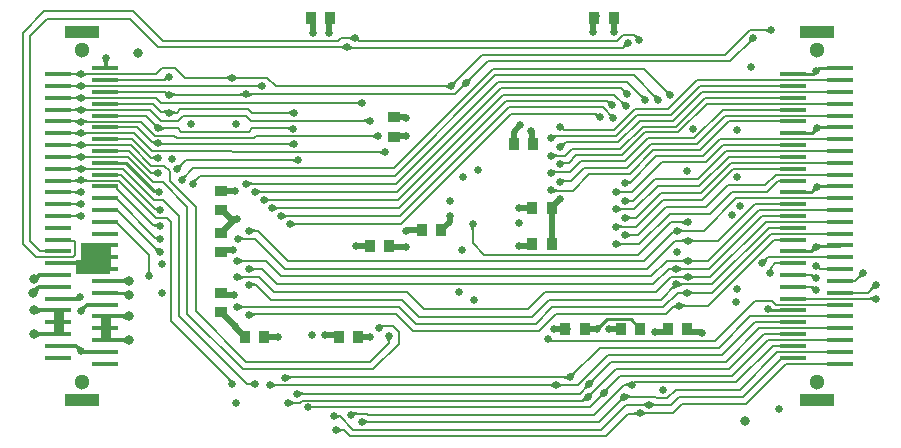
<source format=gbl>
%FSLAX44Y44*%
%MOMM*%
G71*
G01*
G75*
G04 Layer_Physical_Order=4*
G04 Layer_Color=16711680*
%ADD10R,0.9652X0.8890*%
%ADD11R,1.0160X0.9398*%
%ADD12R,1.0160X0.9400*%
%ADD13R,0.5080X0.7620*%
%ADD14R,0.2600X2.0000*%
%ADD15R,2.0000X0.2600*%
%ADD16R,0.9400X1.0160*%
%ADD17R,0.9398X1.0160*%
%ADD18R,2.0320X0.6096*%
%ADD19C,0.2032*%
%ADD20C,0.2540*%
%ADD21C,0.5080*%
%ADD22C,0.3048*%
%ADD23R,2.4804X2.2690*%
%ADD24R,2.5943X2.2690*%
%ADD25R,3.0073X5.6504*%
%ADD26C,1.3000*%
%ADD27C,0.6350*%
%ADD28C,0.8128*%
%ADD29C,1.0160*%
%ADD30C,1.8080*%
%ADD31C,0.8382*%
%ADD32C,0.9398*%
%ADD33R,2.2000X0.3600*%
%ADD34R,3.0000X1.0000*%
%ADD35C,0.3302*%
%ADD36R,0.9424X1.9914*%
%ADD37R,2.5048X2.1810*%
%ADD38R,2.9171X1.1903*%
G36*
X571594Y641608D02*
X571630Y641324D01*
X571691Y641046D01*
X571775Y640773D01*
X571884Y640505D01*
X572016Y640243D01*
X572173Y639987D01*
X572354Y639737D01*
X572559Y639492D01*
X572789Y639253D01*
X568344D01*
X568573Y639492D01*
X568778Y639737D01*
X568959Y639987D01*
X569116Y640243D01*
X569248Y640505D01*
X569357Y640773D01*
X569441Y641046D01*
X569502Y641324D01*
X569538Y641608D01*
X569550Y641898D01*
X571582D01*
X571594Y641608D01*
D02*
G37*
G36*
X657572Y644749D02*
X657817Y644544D01*
X658068Y644363D01*
X658324Y644206D01*
X658586Y644073D01*
X658853Y643964D01*
X659126Y643880D01*
X659405Y643820D01*
X659689Y643783D01*
X659978Y643772D01*
Y641740D01*
X659689Y641727D01*
X659405Y641691D01*
X659126Y641631D01*
X658853Y641546D01*
X658586Y641438D01*
X658324Y641305D01*
X658068Y641148D01*
X657817Y640967D01*
X657572Y640762D01*
X657333Y640533D01*
Y644978D01*
X657572Y644749D01*
D02*
G37*
G36*
X478526Y636418D02*
X478200Y636089D01*
X476885Y634584D01*
X476835Y634483D01*
X476819Y634410D01*
X474662Y637880D01*
X474756Y637849D01*
X474864Y637846D01*
X474988Y637871D01*
X475127Y637925D01*
X475281Y638007D01*
X475450Y638117D01*
X475635Y638256D01*
X476049Y638618D01*
X476280Y638841D01*
X478526Y636418D01*
D02*
G37*
G36*
X1175226Y636397D02*
X1174895Y636390D01*
X1174577Y636362D01*
X1174272Y636313D01*
X1173979Y636242D01*
X1173701Y636151D01*
X1173435Y636039D01*
X1173182Y635906D01*
X1172942Y635751D01*
X1172716Y635576D01*
X1172502Y635379D01*
X1171066Y636816D01*
X1171262Y637030D01*
X1171437Y637256D01*
X1171592Y637496D01*
X1171725Y637749D01*
X1171837Y638015D01*
X1171928Y638293D01*
X1171999Y638586D01*
X1172048Y638891D01*
X1172076Y639209D01*
X1172083Y639540D01*
X1175226Y636397D01*
D02*
G37*
G36*
X1132658Y638250D02*
X1132922Y638031D01*
X1133041Y637950D01*
X1133152Y637889D01*
X1133255Y637847D01*
X1133350Y637824D01*
X1133436Y637821D01*
X1133514Y637837D01*
X1133584Y637872D01*
X1132214Y635491D01*
X1132206Y635560D01*
X1132176Y635646D01*
X1132121Y635749D01*
X1132043Y635869D01*
X1131941Y636007D01*
X1131666Y636333D01*
X1131077Y636952D01*
X1132514Y638388D01*
X1132658Y638250D01*
D02*
G37*
G36*
X516484Y644914D02*
X516650Y644790D01*
X516836Y644681D01*
X517045Y644586D01*
X517275Y644506D01*
X517526Y644440D01*
X517799Y644389D01*
X518093Y644353D01*
X518408Y644331D01*
X518745Y644324D01*
X518628Y641276D01*
X518290Y641269D01*
X517678Y641216D01*
X517403Y641169D01*
X517149Y641109D01*
X516915Y641036D01*
X516703Y640949D01*
X516511Y640849D01*
X516340Y640736D01*
X516190Y640609D01*
X516340Y645052D01*
X516484Y644914D01*
D02*
G37*
G36*
X1098072Y642574D02*
X1095914Y643055D01*
X1095935Y643066D01*
X1095953Y643095D01*
X1095968Y643142D01*
X1095982Y643206D01*
X1095994Y643287D01*
X1096011Y643502D01*
X1096020Y643956D01*
X1098052D01*
X1098072Y642574D01*
D02*
G37*
G36*
X511901Y647037D02*
X512373Y646646D01*
X512602Y646489D01*
X512826Y646358D01*
X513045Y646251D01*
X513259Y646170D01*
X513468Y646115D01*
X513673Y646085D01*
X513872Y646080D01*
X510824Y642844D01*
X510808Y643040D01*
X510768Y643242D01*
X510704Y643448D01*
X510615Y643660D01*
X510503Y643877D01*
X510366Y644100D01*
X510204Y644327D01*
X510019Y644560D01*
X509576Y645041D01*
X511658Y647270D01*
X511901Y647037D01*
D02*
G37*
G36*
X1138544Y644774D02*
X1138574Y644708D01*
X1138626Y644623D01*
X1138701Y644521D01*
X1138919Y644260D01*
X1139416Y643731D01*
X1139627Y643518D01*
X1138190Y642082D01*
X1138056Y642212D01*
X1137815Y642420D01*
X1137708Y642497D01*
X1137610Y642558D01*
X1137522Y642601D01*
X1137442Y642627D01*
X1137372Y642636D01*
X1137311Y642627D01*
X1137259Y642601D01*
X1138537Y644822D01*
X1138544Y644774D01*
D02*
G37*
G36*
X1014749Y640651D02*
X1014509Y640881D01*
X1014264Y641086D01*
X1014014Y641267D01*
X1013758Y641424D01*
X1013496Y641556D01*
X1013229Y641665D01*
X1012955Y641749D01*
X1012677Y641810D01*
X1012393Y641846D01*
X1012103Y641858D01*
Y643890D01*
X1012393Y643902D01*
X1012677Y643938D01*
X1012955Y643999D01*
X1013229Y644083D01*
X1013496Y644192D01*
X1013758Y644324D01*
X1014014Y644481D01*
X1014264Y644662D01*
X1014509Y644867D01*
X1014749Y645097D01*
Y640651D01*
D02*
G37*
G36*
X1019523Y644867D02*
X1019768Y644662D01*
X1020018Y644481D01*
X1020274Y644324D01*
X1020536Y644192D01*
X1020804Y644083D01*
X1021077Y643999D01*
X1021355Y643938D01*
X1021639Y643902D01*
X1021929Y643890D01*
Y641858D01*
X1021639Y641846D01*
X1021355Y641810D01*
X1021077Y641749D01*
X1020804Y641665D01*
X1020536Y641556D01*
X1020274Y641424D01*
X1020018Y641267D01*
X1019768Y641086D01*
X1019523Y640881D01*
X1019283Y640651D01*
Y645097D01*
X1019523Y644867D01*
D02*
G37*
G36*
X1016984Y626699D02*
X1016653Y626692D01*
X1016335Y626664D01*
X1016030Y626615D01*
X1015738Y626544D01*
X1015459Y626453D01*
X1015193Y626341D01*
X1014940Y626208D01*
X1014700Y626053D01*
X1014474Y625878D01*
X1014260Y625681D01*
X1012823Y627118D01*
X1013020Y627332D01*
X1013195Y627558D01*
X1013350Y627798D01*
X1013483Y628051D01*
X1013595Y628317D01*
X1013686Y628596D01*
X1013757Y628888D01*
X1013806Y629193D01*
X1013834Y629511D01*
X1013841Y629842D01*
X1016984Y626699D01*
D02*
G37*
G36*
X1185461Y625990D02*
X1185134Y626001D01*
X1184820Y625988D01*
X1184518Y625952D01*
X1184229Y625894D01*
X1183952Y625811D01*
X1183687Y625706D01*
X1183434Y625578D01*
X1183194Y625426D01*
X1182966Y625252D01*
X1182751Y625054D01*
X1181400Y626577D01*
X1181594Y626788D01*
X1181770Y627012D01*
X1181928Y627251D01*
X1182066Y627503D01*
X1182185Y627769D01*
X1182286Y628049D01*
X1182368Y628343D01*
X1182431Y628650D01*
X1182475Y628971D01*
X1182501Y629306D01*
X1185461Y625990D01*
D02*
G37*
G36*
X1132392Y628361D02*
X1132557Y628228D01*
X1132718Y628121D01*
X1132876Y628038D01*
X1133030Y627981D01*
X1133180Y627949D01*
X1133327Y627941D01*
X1133470Y627959D01*
X1133610Y628002D01*
X1133746Y628070D01*
X1132222Y625018D01*
X1132196Y625164D01*
X1132145Y625322D01*
X1132070Y625491D01*
X1131971Y625672D01*
X1131848Y625863D01*
X1131701Y626067D01*
X1131335Y626509D01*
X1130872Y626996D01*
X1132224Y628518D01*
X1132392Y628361D01*
D02*
G37*
G36*
X1028748Y624674D02*
X1028987Y624465D01*
X1029232Y624281D01*
X1029484Y624122D01*
X1029743Y623986D01*
X1030007Y623876D01*
X1030279Y623790D01*
X1030557Y623728D01*
X1030841Y623692D01*
X1031132Y623679D01*
X1031080Y621647D01*
X1030791Y621636D01*
X1030507Y621600D01*
X1030228Y621541D01*
X1029954Y621458D01*
X1029684Y621352D01*
X1029419Y621221D01*
X1029159Y621067D01*
X1028903Y620890D01*
X1028653Y620689D01*
X1028407Y620464D01*
X1028515Y624907D01*
X1028748Y624674D01*
D02*
G37*
G36*
X478087Y626105D02*
X477807Y625807D01*
X477560Y625506D01*
X477346Y625201D01*
X477164Y624892D01*
X477016Y624580D01*
X476900Y624265D01*
X476817Y623946D01*
X476767Y623624D01*
X476749Y623298D01*
X476765Y622969D01*
X472412Y626633D01*
X472742Y626671D01*
X473068Y626736D01*
X473389Y626828D01*
X473707Y626947D01*
X474021Y627092D01*
X474331Y627265D01*
X474637Y627463D01*
X474940Y627689D01*
X475238Y627941D01*
X475532Y628220D01*
X478087Y626105D01*
D02*
G37*
G36*
X657572Y631749D02*
X657817Y631544D01*
X658068Y631363D01*
X658324Y631206D01*
X658586Y631073D01*
X658853Y630965D01*
X659126Y630880D01*
X659405Y630820D01*
X659689Y630784D01*
X659978Y630771D01*
Y628740D01*
X659689Y628727D01*
X659405Y628691D01*
X659126Y628631D01*
X658853Y628546D01*
X658586Y628438D01*
X658324Y628305D01*
X658068Y628148D01*
X657817Y627967D01*
X657572Y627762D01*
X657333Y627533D01*
Y631978D01*
X657572Y631749D01*
D02*
G37*
G36*
X1024443Y633752D02*
X1024198Y633978D01*
X1023949Y634180D01*
X1023694Y634358D01*
X1023435Y634513D01*
X1023171Y634644D01*
X1022902Y634751D01*
X1022627Y634834D01*
X1022348Y634893D01*
X1022065Y634929D01*
X1021776Y634941D01*
X1021736Y636973D01*
X1022026Y636985D01*
X1022311Y637022D01*
X1022589Y637083D01*
X1022861Y637168D01*
X1023126Y637279D01*
X1023385Y637413D01*
X1023638Y637572D01*
X1023885Y637756D01*
X1024125Y637963D01*
X1024360Y638196D01*
X1024443Y633752D01*
D02*
G37*
G36*
X1029175Y638009D02*
X1029420Y637804D01*
X1029670Y637623D01*
X1029926Y637466D01*
X1030188Y637334D01*
X1030455Y637225D01*
X1030729Y637141D01*
X1031007Y637080D01*
X1031291Y637044D01*
X1031581Y637032D01*
Y635000D01*
X1031291Y634988D01*
X1031007Y634952D01*
X1030729Y634891D01*
X1030455Y634807D01*
X1030188Y634698D01*
X1029926Y634566D01*
X1029670Y634409D01*
X1029420Y634228D01*
X1029175Y634023D01*
X1028935Y633793D01*
Y638238D01*
X1029175Y638009D01*
D02*
G37*
G36*
X647920Y637891D02*
X648165Y637686D01*
X648416Y637505D01*
X648672Y637348D01*
X648934Y637215D01*
X649201Y637107D01*
X649474Y637022D01*
X649753Y636962D01*
X650037Y636926D01*
X650327Y636913D01*
Y634882D01*
X650037Y634869D01*
X649753Y634833D01*
X649474Y634773D01*
X649201Y634688D01*
X648934Y634580D01*
X648672Y634447D01*
X648416Y634290D01*
X648165Y634109D01*
X647920Y633904D01*
X647681Y633675D01*
Y638120D01*
X647920Y637891D01*
D02*
G37*
G36*
X1019559Y631821D02*
X1019799Y631614D01*
X1020046Y631430D01*
X1020299Y631271D01*
X1020558Y631137D01*
X1020823Y631026D01*
X1021095Y630941D01*
X1021373Y630880D01*
X1021658Y630843D01*
X1021948Y630831D01*
X1021908Y628799D01*
X1021619Y628787D01*
X1021336Y628751D01*
X1021057Y628692D01*
X1020782Y628609D01*
X1020513Y628502D01*
X1020249Y628371D01*
X1019990Y628216D01*
X1019735Y628038D01*
X1019486Y627836D01*
X1019241Y627610D01*
X1019324Y632054D01*
X1019559Y631821D01*
D02*
G37*
G36*
X550783Y630027D02*
X550540Y630254D01*
X550278Y630457D01*
X549999Y630636D01*
X549701Y630791D01*
X549385Y630923D01*
X549051Y631030D01*
X548699Y631114D01*
X548329Y631173D01*
X547940Y631209D01*
X547533Y631221D01*
Y634523D01*
X547940Y634535D01*
X548329Y634571D01*
X548699Y634631D01*
X549051Y634714D01*
X549385Y634822D01*
X549701Y634953D01*
X549999Y635108D01*
X550278Y635287D01*
X550540Y635490D01*
X550783Y635717D01*
Y630027D01*
D02*
G37*
G36*
X657691Y677367D02*
X657936Y677162D01*
X658186Y676981D01*
X658442Y676824D01*
X658704Y676692D01*
X658971Y676583D01*
X659245Y676499D01*
X659523Y676438D01*
X659807Y676402D01*
X660097Y676390D01*
Y674358D01*
X659807Y674346D01*
X659523Y674310D01*
X659245Y674249D01*
X658971Y674165D01*
X658704Y674056D01*
X658442Y673924D01*
X658186Y673767D01*
X657936Y673586D01*
X657691Y673381D01*
X657451Y673151D01*
Y677597D01*
X657691Y677367D01*
D02*
G37*
G36*
X846442Y678680D02*
X846237Y678435D01*
X846056Y678184D01*
X845899Y677928D01*
X845766Y677666D01*
X845658Y677399D01*
X845573Y677126D01*
X845513Y676847D01*
X845477Y676563D01*
X845465Y676273D01*
X843433D01*
X843421Y676563D01*
X843384Y676847D01*
X843324Y677126D01*
X843240Y677399D01*
X843131Y677666D01*
X842998Y677928D01*
X842842Y678184D01*
X842661Y678435D01*
X842456Y678680D01*
X842226Y678919D01*
X846671D01*
X846442Y678680D01*
D02*
G37*
G36*
X1019725Y677303D02*
X1019988Y677112D01*
X1020254Y676942D01*
X1020524Y676796D01*
X1020795Y676672D01*
X1021070Y676570D01*
X1021347Y676491D01*
X1021628Y676435D01*
X1021910Y676401D01*
X1022196Y676390D01*
X1022367Y674358D01*
X1022074Y674345D01*
X1021789Y674307D01*
X1021513Y674244D01*
X1021245Y674155D01*
X1020986Y674040D01*
X1020735Y673900D01*
X1020493Y673735D01*
X1020259Y673544D01*
X1020034Y673328D01*
X1019818Y673086D01*
X1019464Y677517D01*
X1019725Y677303D01*
D02*
G37*
G36*
X648039Y670509D02*
X648284Y670304D01*
X648534Y670123D01*
X648790Y669966D01*
X649052Y669834D01*
X649320Y669725D01*
X649593Y669641D01*
X649871Y669580D01*
X650155Y669544D01*
X650445Y669532D01*
Y667500D01*
X650155Y667488D01*
X649871Y667452D01*
X649593Y667391D01*
X649320Y667307D01*
X649052Y667198D01*
X648790Y667066D01*
X648534Y666909D01*
X648284Y666728D01*
X648039Y666523D01*
X647799Y666293D01*
Y670739D01*
X648039Y670509D01*
D02*
G37*
G36*
X975852Y673533D02*
X976097Y673328D01*
X976347Y673147D01*
X976603Y672990D01*
X976865Y672857D01*
X977132Y672749D01*
X977405Y672664D01*
X977684Y672604D01*
X977968Y672568D01*
X978258Y672556D01*
Y670524D01*
X977968Y670512D01*
X977684Y670475D01*
X977405Y670415D01*
X977132Y670331D01*
X976865Y670222D01*
X976603Y670089D01*
X976347Y669932D01*
X976097Y669752D01*
X975852Y669546D01*
X975612Y669317D01*
Y673762D01*
X975852Y673533D01*
D02*
G37*
G36*
X968215Y680863D02*
X968460Y680658D01*
X968710Y680477D01*
X968966Y680320D01*
X969228Y680187D01*
X969495Y680078D01*
X969769Y679994D01*
X970047Y679934D01*
X970331Y679898D01*
X970621Y679885D01*
Y677853D01*
X970331Y677841D01*
X970047Y677805D01*
X969769Y677745D01*
X969495Y677660D01*
X969228Y677552D01*
X968966Y677419D01*
X968710Y677262D01*
X968460Y677081D01*
X968215Y676876D01*
X967975Y676647D01*
Y681092D01*
X968215Y680863D01*
D02*
G37*
G36*
X975812Y688241D02*
X976062Y688039D01*
X976316Y687861D01*
X976576Y687707D01*
X976840Y687576D01*
X977110Y687469D01*
X977384Y687386D01*
X977663Y687327D01*
X977947Y687291D01*
X978236Y687279D01*
X978279Y685247D01*
X977988Y685235D01*
X977704Y685198D01*
X977426Y685137D01*
X977154Y685051D01*
X976889Y684941D01*
X976630Y684807D01*
X976377Y684647D01*
X976131Y684464D01*
X975891Y684256D01*
X975657Y684023D01*
X975567Y688467D01*
X975812Y688241D01*
D02*
G37*
G36*
X684813Y689682D02*
X685058Y689477D01*
X685308Y689296D01*
X685564Y689139D01*
X685826Y689007D01*
X686094Y688898D01*
X686367Y688813D01*
X686645Y688753D01*
X686929Y688717D01*
X687219Y688705D01*
Y686673D01*
X686929Y686661D01*
X686645Y686625D01*
X686367Y686564D01*
X686094Y686480D01*
X685826Y686371D01*
X685564Y686238D01*
X685308Y686082D01*
X685058Y685901D01*
X684813Y685696D01*
X684573Y685466D01*
Y689911D01*
X684813Y689682D01*
D02*
G37*
G36*
X1024358Y680110D02*
X1024119Y680339D01*
X1023874Y680544D01*
X1023623Y680725D01*
X1023367Y680882D01*
X1023105Y681015D01*
X1022838Y681124D01*
X1022565Y681208D01*
X1022286Y681268D01*
X1022002Y681304D01*
X1021712Y681317D01*
Y683348D01*
X1022002Y683361D01*
X1022286Y683397D01*
X1022565Y683457D01*
X1022838Y683541D01*
X1023105Y683650D01*
X1023367Y683783D01*
X1023623Y683940D01*
X1023874Y684121D01*
X1024119Y684326D01*
X1024358Y684555D01*
Y680110D01*
D02*
G37*
G36*
X576768Y677373D02*
X576607Y677633D01*
X576430Y677865D01*
X576238Y678070D01*
X576031Y678248D01*
X575808Y678398D01*
X575569Y678521D01*
X575315Y678616D01*
X575046Y678685D01*
X574762Y678726D01*
X574462Y678739D01*
X575045Y680771D01*
X575319Y680780D01*
X575596Y680807D01*
X575876Y680852D01*
X576160Y680914D01*
X576446Y680995D01*
X576735Y681093D01*
X577324Y681343D01*
X577623Y681495D01*
X577925Y681665D01*
X576768Y677373D01*
D02*
G37*
G36*
X692179Y682824D02*
X692424Y682619D01*
X692674Y682438D01*
X692930Y682281D01*
X693192Y682149D01*
X693459Y682040D01*
X693733Y681955D01*
X694011Y681895D01*
X694295Y681859D01*
X694585Y681847D01*
Y679815D01*
X694295Y679803D01*
X694011Y679767D01*
X693733Y679706D01*
X693459Y679622D01*
X693192Y679513D01*
X692930Y679380D01*
X692674Y679224D01*
X692424Y679043D01*
X692179Y678838D01*
X691939Y678608D01*
Y683053D01*
X692179Y682824D01*
D02*
G37*
G36*
X1094151Y650495D02*
X1093955Y650281D01*
X1093779Y650054D01*
X1093625Y649815D01*
X1093492Y649562D01*
X1093380Y649296D01*
X1093288Y649017D01*
X1093218Y648725D01*
X1093169Y648420D01*
X1093141Y648102D01*
X1093134Y647771D01*
X1089990Y650914D01*
X1090322Y650921D01*
X1090640Y650949D01*
X1090945Y650998D01*
X1091237Y651068D01*
X1091516Y651160D01*
X1091782Y651272D01*
X1092035Y651405D01*
X1092274Y651560D01*
X1092501Y651735D01*
X1092714Y651931D01*
X1094151Y650495D01*
D02*
G37*
G36*
X519598Y655238D02*
X519754Y655104D01*
X519933Y654986D01*
X520134Y654884D01*
X520358Y654797D01*
X520605Y654726D01*
X520874Y654671D01*
X521166Y654632D01*
X521480Y654608D01*
X521817Y654600D01*
X521414Y651552D01*
X521076Y651546D01*
X520460Y651500D01*
X520183Y651459D01*
X519927Y651407D01*
X519691Y651343D01*
X519476Y651268D01*
X519282Y651181D01*
X519108Y651083D01*
X518954Y650972D01*
X519464Y655388D01*
X519598Y655238D01*
D02*
G37*
G36*
X1024401Y647510D02*
X1024161Y647739D01*
X1023916Y647944D01*
X1023666Y648125D01*
X1023410Y648282D01*
X1023148Y648414D01*
X1022880Y648523D01*
X1022607Y648607D01*
X1022329Y648668D01*
X1022045Y648704D01*
X1021755Y648716D01*
Y650748D01*
X1022045Y650760D01*
X1022329Y650796D01*
X1022607Y650857D01*
X1022880Y650941D01*
X1023148Y651050D01*
X1023410Y651182D01*
X1023666Y651339D01*
X1023916Y651520D01*
X1024161Y651725D01*
X1024401Y651954D01*
Y647510D01*
D02*
G37*
G36*
X647920Y651607D02*
X648165Y651402D01*
X648416Y651221D01*
X648672Y651064D01*
X648934Y650931D01*
X649201Y650823D01*
X649474Y650738D01*
X649753Y650678D01*
X650037Y650641D01*
X650327Y650630D01*
Y648597D01*
X650037Y648585D01*
X649753Y648549D01*
X649474Y648489D01*
X649201Y648404D01*
X648934Y648296D01*
X648672Y648163D01*
X648416Y648006D01*
X648165Y647825D01*
X647920Y647620D01*
X647681Y647391D01*
Y651836D01*
X647920Y651607D01*
D02*
G37*
G36*
X1029211Y651679D02*
X1029451Y651471D01*
X1029698Y651288D01*
X1029951Y651129D01*
X1030210Y650994D01*
X1030475Y650884D01*
X1030747Y650799D01*
X1031025Y650738D01*
X1031310Y650701D01*
X1031600Y650689D01*
X1031560Y648657D01*
X1031272Y648645D01*
X1030987Y648609D01*
X1030708Y648550D01*
X1030434Y648466D01*
X1030165Y648360D01*
X1029901Y648229D01*
X1029642Y648074D01*
X1029387Y647896D01*
X1029138Y647693D01*
X1028894Y647468D01*
X1028977Y651912D01*
X1029211Y651679D01*
D02*
G37*
G36*
X576622Y661385D02*
X576852Y661211D01*
X577092Y661064D01*
X577343Y660942D01*
X577606Y660846D01*
X577879Y660776D01*
X578163Y660731D01*
X578459Y660713D01*
X578766Y660721D01*
X579083Y660754D01*
X576385Y657222D01*
X576334Y657559D01*
X576268Y657882D01*
X576186Y658190D01*
X576088Y658484D01*
X575975Y658763D01*
X575846Y659028D01*
X575701Y659279D01*
X575540Y659515D01*
X575363Y659737D01*
X575171Y659945D01*
X576404Y661585D01*
X576622Y661385D01*
D02*
G37*
G36*
X1024358Y664665D02*
X1024119Y664894D01*
X1023874Y665099D01*
X1023623Y665280D01*
X1023367Y665437D01*
X1023105Y665570D01*
X1022838Y665678D01*
X1022565Y665763D01*
X1022286Y665823D01*
X1022002Y665859D01*
X1021712Y665871D01*
Y667903D01*
X1022002Y667915D01*
X1022286Y667952D01*
X1022565Y668012D01*
X1022838Y668096D01*
X1023105Y668205D01*
X1023367Y668338D01*
X1023623Y668494D01*
X1023874Y668676D01*
X1024119Y668881D01*
X1024358Y669110D01*
Y664665D01*
D02*
G37*
G36*
X1029132Y668881D02*
X1029377Y668676D01*
X1029628Y668494D01*
X1029884Y668338D01*
X1030145Y668205D01*
X1030413Y668096D01*
X1030686Y668012D01*
X1030964Y667952D01*
X1031249Y667915D01*
X1031538Y667903D01*
Y665871D01*
X1031249Y665859D01*
X1030964Y665823D01*
X1030686Y665763D01*
X1030413Y665678D01*
X1030145Y665570D01*
X1029884Y665437D01*
X1029628Y665280D01*
X1029377Y665099D01*
X1029132Y664894D01*
X1028893Y664665D01*
Y669110D01*
X1029132Y668881D01*
D02*
G37*
G36*
X968503Y665775D02*
X968705Y665550D01*
X968920Y665351D01*
X969146Y665178D01*
X969384Y665033D01*
X969634Y664913D01*
X969895Y664820D01*
X970168Y664754D01*
X970453Y664714D01*
X970750Y664701D01*
X970389Y662669D01*
X970108Y662659D01*
X969827Y662628D01*
X969547Y662577D01*
X969265Y662505D01*
X968984Y662412D01*
X968703Y662300D01*
X968422Y662166D01*
X968140Y662012D01*
X967858Y661838D01*
X967577Y661643D01*
X968312Y666027D01*
X968503Y665775D01*
D02*
G37*
G36*
X1134855Y658586D02*
X1134598Y658616D01*
X1134343Y658618D01*
X1134092Y658593D01*
X1133843Y658540D01*
X1133596Y658459D01*
X1133353Y658351D01*
X1133112Y658216D01*
X1132873Y658053D01*
X1132638Y657863D01*
X1132405Y657645D01*
X1130919Y659751D01*
X1131135Y659978D01*
X1131333Y660209D01*
X1131512Y660444D01*
X1131672Y660681D01*
X1131813Y660922D01*
X1131936Y661167D01*
X1132040Y661415D01*
X1132125Y661667D01*
X1132191Y661922D01*
X1132239Y662180D01*
X1134855Y658586D01*
D02*
G37*
G36*
X1137444Y664156D02*
X1137673Y664027D01*
X1137912Y663913D01*
X1138162Y663814D01*
X1138423Y663730D01*
X1138694Y663662D01*
X1138976Y663608D01*
X1139268Y663570D01*
X1139571Y663548D01*
X1139885Y663540D01*
X1140378Y661000D01*
X1140059Y660989D01*
X1139758Y660957D01*
X1139475Y660903D01*
X1139210Y660828D01*
X1138963Y660731D01*
X1138734Y660612D01*
X1138523Y660472D01*
X1138331Y660311D01*
X1138156Y660128D01*
X1138000Y659923D01*
X1137226Y664301D01*
X1137444Y664156D01*
D02*
G37*
G36*
X698467Y539457D02*
X698712Y539252D01*
X698962Y539071D01*
X699218Y538914D01*
X699480Y538782D01*
X699747Y538673D01*
X700021Y538589D01*
X700299Y538528D01*
X700583Y538492D01*
X700873Y538480D01*
Y536448D01*
X700583Y536436D01*
X700299Y536400D01*
X700021Y536339D01*
X699747Y536255D01*
X699480Y536146D01*
X699218Y536014D01*
X698962Y535857D01*
X698712Y535676D01*
X698467Y535471D01*
X698227Y535242D01*
Y539687D01*
X698467Y539457D01*
D02*
G37*
G36*
X959706Y541201D02*
X959505Y540982D01*
X959332Y540752D01*
X959186Y540512D01*
X959067Y540262D01*
X958976Y540001D01*
X958911Y539730D01*
X958874Y539449D01*
X958864Y539157D01*
X958881Y538855D01*
X958925Y538542D01*
X955294Y541106D01*
X955631Y541169D01*
X956262Y541338D01*
X956555Y541443D01*
X956833Y541563D01*
X957097Y541697D01*
X957347Y541845D01*
X957581Y542008D01*
X957802Y542185D01*
X958007Y542376D01*
X959706Y541201D01*
D02*
G37*
G36*
X946024Y537172D02*
X945828Y536958D01*
X945653Y536732D01*
X945498Y536492D01*
X945365Y536239D01*
X945253Y535973D01*
X945162Y535695D01*
X945091Y535402D01*
X945042Y535097D01*
X945014Y534779D01*
X945007Y534448D01*
X941864Y537591D01*
X942195Y537598D01*
X942513Y537626D01*
X942818Y537675D01*
X943111Y537746D01*
X943389Y537837D01*
X943655Y537949D01*
X943908Y538082D01*
X944148Y538237D01*
X944374Y538412D01*
X944588Y538609D01*
X946024Y537172D01*
D02*
G37*
G36*
X975581Y536917D02*
X975826Y536712D01*
X976076Y536531D01*
X976332Y536374D01*
X976594Y536242D01*
X976861Y536133D01*
X977134Y536049D01*
X977413Y535988D01*
X977697Y535952D01*
X977987Y535940D01*
Y533908D01*
X977697Y533896D01*
X977413Y533860D01*
X977134Y533799D01*
X976861Y533715D01*
X976594Y533606D01*
X976332Y533474D01*
X976076Y533317D01*
X975826Y533136D01*
X975581Y532931D01*
X975341Y532701D01*
Y537146D01*
X975581Y536917D01*
D02*
G37*
G36*
X955770Y534797D02*
X955439Y534790D01*
X955121Y534762D01*
X954816Y534713D01*
X954523Y534642D01*
X954245Y534551D01*
X953979Y534439D01*
X953726Y534306D01*
X953486Y534151D01*
X953260Y533976D01*
X953046Y533779D01*
X951609Y535216D01*
X951806Y535430D01*
X951981Y535656D01*
X952136Y535896D01*
X952269Y536149D01*
X952381Y536415D01*
X952472Y536693D01*
X952543Y536986D01*
X952592Y537291D01*
X952620Y537609D01*
X952627Y537940D01*
X955770Y534797D01*
D02*
G37*
G36*
X943324Y542417D02*
X942993Y542410D01*
X942675Y542382D01*
X942370Y542333D01*
X942077Y542262D01*
X941799Y542171D01*
X941533Y542059D01*
X941280Y541926D01*
X941040Y541771D01*
X940814Y541596D01*
X940600Y541399D01*
X939164Y542836D01*
X939360Y543050D01*
X939535Y543276D01*
X939690Y543516D01*
X939823Y543769D01*
X939935Y544035D01*
X940026Y544314D01*
X940097Y544606D01*
X940146Y544911D01*
X940174Y545229D01*
X940181Y545560D01*
X943324Y542417D01*
D02*
G37*
G36*
X977157Y542862D02*
X976917Y543091D01*
X976672Y543296D01*
X976422Y543477D01*
X976166Y543634D01*
X975904Y543766D01*
X975637Y543875D01*
X975363Y543959D01*
X975085Y544020D01*
X974801Y544056D01*
X974511Y544068D01*
Y546100D01*
X974801Y546112D01*
X975085Y546148D01*
X975363Y546209D01*
X975637Y546293D01*
X975904Y546402D01*
X976166Y546534D01*
X976422Y546691D01*
X976672Y546872D01*
X976917Y547077D01*
X977157Y547307D01*
Y542862D01*
D02*
G37*
G36*
X658387Y543369D02*
X658147Y543599D01*
X657902Y543804D01*
X657652Y543985D01*
X657396Y544142D01*
X657134Y544274D01*
X656867Y544383D01*
X656593Y544467D01*
X656315Y544528D01*
X656031Y544564D01*
X655741Y544576D01*
Y546608D01*
X656031Y546620D01*
X656315Y546656D01*
X656593Y546717D01*
X656867Y546801D01*
X657134Y546910D01*
X657396Y547042D01*
X657652Y547199D01*
X657902Y547380D01*
X658147Y547585D01*
X658387Y547814D01*
Y543369D01*
D02*
G37*
G36*
X917415Y546569D02*
X917660Y546364D01*
X917910Y546183D01*
X918166Y546026D01*
X918428Y545894D01*
X918696Y545785D01*
X918969Y545701D01*
X919247Y545640D01*
X919531Y545604D01*
X919821Y545592D01*
Y543560D01*
X919531Y543548D01*
X919247Y543512D01*
X918969Y543451D01*
X918696Y543367D01*
X918428Y543258D01*
X918166Y543126D01*
X917910Y542969D01*
X917660Y542788D01*
X917415Y542583D01*
X917175Y542354D01*
Y546799D01*
X917415Y546569D01*
D02*
G37*
G36*
X675353D02*
X675598Y546364D01*
X675848Y546183D01*
X676104Y546026D01*
X676366Y545894D01*
X676634Y545785D01*
X676907Y545701D01*
X677185Y545640D01*
X677469Y545604D01*
X677759Y545592D01*
Y543560D01*
X677469Y543548D01*
X677185Y543512D01*
X676907Y543451D01*
X676634Y543367D01*
X676366Y543258D01*
X676104Y543126D01*
X675848Y542969D01*
X675598Y542788D01*
X675353Y542583D01*
X675113Y542354D01*
Y546799D01*
X675353Y546569D01*
D02*
G37*
G36*
X912641Y542354D02*
X912401Y542583D01*
X912156Y542788D01*
X911906Y542969D01*
X911650Y543126D01*
X911388Y543258D01*
X911121Y543367D01*
X910847Y543451D01*
X910569Y543512D01*
X910285Y543548D01*
X909995Y543560D01*
Y545592D01*
X910285Y545604D01*
X910569Y545640D01*
X910847Y545701D01*
X911121Y545785D01*
X911388Y545894D01*
X911650Y546026D01*
X911906Y546183D01*
X912156Y546364D01*
X912401Y546569D01*
X912641Y546799D01*
Y542354D01*
D02*
G37*
G36*
X742991Y521837D02*
X743606Y521689D01*
X743943Y521628D01*
X745070Y521504D01*
X745484Y521480D01*
X746370Y521462D01*
X746719Y519430D01*
X746412Y519416D01*
X746129Y519375D01*
X745870Y519307D01*
X745635Y519211D01*
X745425Y519088D01*
X745238Y518937D01*
X745077Y518759D01*
X744939Y518554D01*
X744825Y518321D01*
X744736Y518061D01*
X742712Y521925D01*
X742991Y521837D01*
D02*
G37*
G36*
X984417Y518472D02*
X984115Y518642D01*
X983520Y518928D01*
X983228Y519044D01*
X982652Y519223D01*
X982368Y519285D01*
X982088Y519330D01*
X981811Y519357D01*
X981537Y519366D01*
X980954Y521398D01*
X981254Y521412D01*
X981538Y521452D01*
X981807Y521521D01*
X982061Y521616D01*
X982300Y521739D01*
X982523Y521890D01*
X982730Y522067D01*
X982922Y522272D01*
X983099Y522504D01*
X983260Y522764D01*
X984417Y518472D01*
D02*
G37*
G36*
X730302Y519859D02*
X730412Y519743D01*
X730544Y519641D01*
X730697Y519552D01*
X730872Y519477D01*
X731068Y519416D01*
X731286Y519368D01*
X731526Y519334D01*
X731787Y519314D01*
X732069Y519307D01*
Y517275D01*
X731771Y517268D01*
X731240Y517217D01*
X731008Y517172D01*
X730798Y517113D01*
X730611Y517043D01*
X730445Y516959D01*
X730302Y516862D01*
X730181Y516752D01*
X730082Y516630D01*
X730213Y519989D01*
X730302Y519859D01*
D02*
G37*
G36*
X731487Y508469D02*
X731732Y508264D01*
X731982Y508083D01*
X732238Y507926D01*
X732500Y507794D01*
X732767Y507685D01*
X733040Y507601D01*
X733319Y507540D01*
X733603Y507504D01*
X733893Y507492D01*
Y505460D01*
X733603Y505448D01*
X733319Y505412D01*
X733040Y505351D01*
X732767Y505267D01*
X732500Y505158D01*
X732238Y505026D01*
X731982Y504869D01*
X731732Y504688D01*
X731487Y504483D01*
X731247Y504254D01*
Y508699D01*
X731487Y508469D01*
D02*
G37*
G36*
X753585Y515581D02*
X753830Y515376D01*
X754080Y515195D01*
X754336Y515038D01*
X754598Y514906D01*
X754865Y514797D01*
X755138Y514713D01*
X755417Y514652D01*
X755701Y514616D01*
X755991Y514604D01*
Y512572D01*
X755701Y512560D01*
X755417Y512524D01*
X755138Y512463D01*
X754865Y512379D01*
X754598Y512270D01*
X754336Y512138D01*
X754080Y511981D01*
X753830Y511800D01*
X753585Y511595D01*
X753345Y511366D01*
Y515811D01*
X753585Y515581D01*
D02*
G37*
G36*
X988814Y522788D02*
X989018Y522563D01*
X989234Y522364D01*
X989461Y522192D01*
X989700Y522047D01*
X989950Y521928D01*
X990212Y521835D01*
X990486Y521769D01*
X990771Y521729D01*
X991067Y521716D01*
X990718Y519684D01*
X990437Y519674D01*
X990156Y519643D01*
X989875Y519591D01*
X989594Y519519D01*
X989314Y519426D01*
X989033Y519312D01*
X988752Y519178D01*
X988472Y519023D01*
X988191Y518848D01*
X987911Y518651D01*
X988622Y523039D01*
X988814Y522788D01*
D02*
G37*
G36*
X973042Y531749D02*
X972711Y531742D01*
X972393Y531714D01*
X972088Y531665D01*
X971796Y531594D01*
X971517Y531503D01*
X971251Y531391D01*
X970998Y531258D01*
X970758Y531103D01*
X970532Y530928D01*
X970318Y530732D01*
X968882Y532168D01*
X969078Y532382D01*
X969253Y532608D01*
X969408Y532848D01*
X969541Y533101D01*
X969653Y533367D01*
X969744Y533646D01*
X969815Y533938D01*
X969864Y534243D01*
X969892Y534561D01*
X969899Y534892D01*
X973042Y531749D01*
D02*
G37*
G36*
X940975Y531359D02*
X940678Y531428D01*
X940388Y531468D01*
X940108Y531477D01*
X939835Y531455D01*
X939571Y531404D01*
X939316Y531322D01*
X939069Y531211D01*
X938830Y531068D01*
X938600Y530896D01*
X938378Y530694D01*
X937354Y532543D01*
X937541Y532743D01*
X937718Y532958D01*
X937885Y533188D01*
X938041Y533432D01*
X938186Y533692D01*
X938322Y533966D01*
X938561Y534559D01*
X938665Y534878D01*
X938758Y535211D01*
X940975Y531359D01*
D02*
G37*
G36*
X691167Y531497D02*
X691403Y531287D01*
X691646Y531102D01*
X691897Y530941D01*
X692154Y530805D01*
X692418Y530694D01*
X692689Y530607D01*
X692966Y530545D01*
X693251Y530508D01*
X693542Y530496D01*
X693468Y528464D01*
X693179Y528452D01*
X692896Y528417D01*
X692616Y528358D01*
X692341Y528276D01*
X692071Y528170D01*
X691804Y528041D01*
X691543Y527889D01*
X691285Y527713D01*
X691032Y527513D01*
X690783Y527290D01*
X690937Y531732D01*
X691167Y531497D01*
D02*
G37*
G36*
X991190Y525696D02*
X991018Y525953D01*
X990832Y526183D01*
X990632Y526386D01*
X990418Y526562D01*
X990189Y526711D01*
X989947Y526833D01*
X989690Y526928D01*
X989420Y526996D01*
X989135Y527037D01*
X988836Y527050D01*
X989338Y529082D01*
X989614Y529091D01*
X989893Y529120D01*
X990174Y529167D01*
X990456Y529233D01*
X990741Y529318D01*
X991028Y529422D01*
X991317Y529544D01*
X991901Y529846D01*
X992197Y530025D01*
X991190Y525696D01*
D02*
G37*
G36*
X995903Y529846D02*
X996487Y529544D01*
X996776Y529422D01*
X997063Y529318D01*
X997348Y529233D01*
X997630Y529167D01*
X997911Y529120D01*
X998190Y529091D01*
X998466Y529082D01*
X998968Y527050D01*
X998669Y527037D01*
X998384Y526996D01*
X998114Y526928D01*
X997857Y526833D01*
X997615Y526711D01*
X997386Y526562D01*
X997172Y526386D01*
X996972Y526183D01*
X996786Y525953D01*
X996614Y525696D01*
X995607Y530025D01*
X995903Y529846D01*
D02*
G37*
G36*
X476298Y610432D02*
X476557Y610226D01*
X476833Y610044D01*
X477129Y609887D01*
X477443Y609754D01*
X477776Y609645D01*
X478127Y609560D01*
X478497Y609499D01*
X478885Y609463D01*
X479293Y609451D01*
X479240Y606149D01*
X478833Y606137D01*
X478445Y606102D01*
X478074Y606043D01*
X477720Y605961D01*
X477385Y605855D01*
X477068Y605726D01*
X476768Y605573D01*
X476486Y605396D01*
X476222Y605196D01*
X475975Y604972D01*
X476058Y610662D01*
X476298Y610432D01*
D02*
G37*
G36*
X516937Y609688D02*
X516703Y609445D01*
X516311Y608974D01*
X516152Y608745D01*
X516017Y608522D01*
X515908Y608304D01*
X515823Y608091D01*
X515763Y607883D01*
X515728Y607679D01*
X515717Y607481D01*
X512574Y610624D01*
X512772Y610635D01*
X512976Y610670D01*
X513184Y610730D01*
X513397Y610815D01*
X513615Y610924D01*
X513838Y611059D01*
X514067Y611218D01*
X514300Y611402D01*
X514781Y611844D01*
X516937Y609688D01*
D02*
G37*
G36*
X657010Y606298D02*
X657601Y606006D01*
X657893Y605887D01*
X658467Y605705D01*
X658751Y605641D01*
X659031Y605596D01*
X659309Y605568D01*
X659584Y605559D01*
X660137Y603527D01*
X659838Y603513D01*
X659553Y603473D01*
X659283Y603405D01*
X659028Y603309D01*
X658789Y603186D01*
X658564Y603037D01*
X658354Y602860D01*
X658159Y602655D01*
X657979Y602424D01*
X657813Y602165D01*
X656711Y606471D01*
X657010Y606298D01*
D02*
G37*
G36*
X766257Y596103D02*
X766891Y595938D01*
X767232Y595872D01*
X767961Y595769D01*
X768755Y595707D01*
X769613Y595687D01*
X769936Y593655D01*
X769630Y593641D01*
X769346Y593600D01*
X769086Y593531D01*
X768850Y593435D01*
X768637Y593311D01*
X768447Y593160D01*
X768280Y592981D01*
X768137Y592775D01*
X768018Y592541D01*
X767921Y592280D01*
X765964Y596200D01*
X766257Y596103D01*
D02*
G37*
G36*
X550742Y599879D02*
X550502Y600109D01*
X550243Y600315D01*
X549967Y600497D01*
X549671Y600654D01*
X549357Y600787D01*
X549024Y600896D01*
X548673Y600981D01*
X548303Y601041D01*
X547915Y601078D01*
X547507Y601090D01*
X547560Y604392D01*
X547967Y604403D01*
X548355Y604439D01*
X548726Y604498D01*
X549080Y604580D01*
X549415Y604686D01*
X549732Y604815D01*
X550032Y604968D01*
X550314Y605145D01*
X550578Y605345D01*
X550825Y605568D01*
X550742Y599879D01*
D02*
G37*
G36*
X647884Y612652D02*
X648133Y612450D01*
X648387Y612271D01*
X648646Y612117D01*
X648911Y611986D01*
X649180Y611879D01*
X649454Y611796D01*
X649733Y611736D01*
X650017Y611701D01*
X650306Y611689D01*
X650346Y609657D01*
X650055Y609645D01*
X649771Y609608D01*
X649493Y609547D01*
X649221Y609461D01*
X648955Y609351D01*
X648696Y609216D01*
X648443Y609058D01*
X648196Y608874D01*
X647956Y608666D01*
X647722Y608434D01*
X647639Y612878D01*
X647884Y612652D01*
D02*
G37*
G36*
X511170Y616087D02*
X511055Y616123D01*
X510886Y616155D01*
X510663Y616183D01*
X509668Y616246D01*
X507583Y616276D01*
X507363Y619324D01*
X507702Y619333D01*
X508013Y619359D01*
X508296Y619403D01*
X508550Y619464D01*
X508777Y619543D01*
X508975Y619640D01*
X509145Y619754D01*
X509287Y619885D01*
X509400Y620034D01*
X509486Y620201D01*
X511170Y616087D01*
D02*
G37*
G36*
X1023982Y620464D02*
X1023736Y620689D01*
X1023485Y620890D01*
X1023229Y621067D01*
X1022969Y621221D01*
X1022704Y621352D01*
X1022434Y621458D01*
X1022160Y621541D01*
X1021881Y621600D01*
X1021597Y621636D01*
X1021308Y621647D01*
X1021256Y623679D01*
X1021547Y623692D01*
X1021831Y623728D01*
X1022109Y623790D01*
X1022381Y623876D01*
X1022646Y623986D01*
X1022904Y624122D01*
X1023156Y624281D01*
X1023402Y624465D01*
X1023641Y624674D01*
X1023873Y624907D01*
X1023982Y620464D01*
D02*
G37*
G36*
X1183355Y615558D02*
X1183122Y615790D01*
X1182882Y615999D01*
X1182636Y616183D01*
X1182384Y616343D01*
X1182126Y616477D01*
X1181860Y616588D01*
X1181589Y616674D01*
X1181311Y616735D01*
X1181026Y616772D01*
X1180736Y616784D01*
X1180784Y618816D01*
X1181073Y618828D01*
X1181357Y618863D01*
X1181636Y618923D01*
X1181910Y619006D01*
X1182180Y619112D01*
X1182445Y619243D01*
X1182704Y619397D01*
X1182960Y619575D01*
X1183210Y619776D01*
X1183456Y620001D01*
X1183355Y615558D01*
D02*
G37*
G36*
X1021968Y613808D02*
X1022213Y613603D01*
X1022463Y613422D01*
X1022719Y613265D01*
X1022981Y613132D01*
X1023249Y613024D01*
X1023521Y612939D01*
X1023800Y612879D01*
X1024084Y612843D01*
X1024374Y612831D01*
Y610798D01*
X1024084Y610787D01*
X1023800Y610750D01*
X1023521Y610690D01*
X1023249Y610606D01*
X1022981Y610497D01*
X1022719Y610364D01*
X1022463Y610207D01*
X1022213Y610026D01*
X1021968Y609821D01*
X1021728Y609592D01*
Y614037D01*
X1021968Y613808D01*
D02*
G37*
G36*
X1016795Y610090D02*
X1016761Y610121D01*
X1016701Y610149D01*
X1016614Y610173D01*
X1016501Y610194D01*
X1016362Y610211D01*
X1016004Y610237D01*
X1015271Y610252D01*
Y612284D01*
X1015469Y612286D01*
X1015946Y612324D01*
X1016065Y612346D01*
X1016165Y612373D01*
X1016245Y612406D01*
X1016306Y612443D01*
X1016347Y612485D01*
X1016368Y612532D01*
X1016795Y610090D01*
D02*
G37*
G36*
X924833Y548957D02*
X924593Y549187D01*
X924348Y549392D01*
X924098Y549573D01*
X923842Y549730D01*
X923580Y549862D01*
X923313Y549971D01*
X923039Y550055D01*
X922761Y550116D01*
X922477Y550152D01*
X922187Y550164D01*
Y552196D01*
X922477Y552208D01*
X922761Y552244D01*
X923039Y552305D01*
X923313Y552389D01*
X923580Y552498D01*
X923842Y552630D01*
X924098Y552787D01*
X924348Y552968D01*
X924593Y553173D01*
X924833Y553402D01*
Y548957D01*
D02*
G37*
G36*
X931292Y553936D02*
X931096Y553722D01*
X930921Y553496D01*
X930766Y553256D01*
X930633Y553003D01*
X930521Y552737D01*
X930430Y552458D01*
X930359Y552166D01*
X930310Y551861D01*
X930282Y551543D01*
X930275Y551212D01*
X927132Y554355D01*
X927463Y554362D01*
X927781Y554390D01*
X928086Y554439D01*
X928379Y554510D01*
X928657Y554601D01*
X928923Y554713D01*
X929176Y554846D01*
X929416Y555001D01*
X929642Y555176D01*
X929856Y555373D01*
X931292Y553936D01*
D02*
G37*
G36*
X688397Y553109D02*
X688661Y552917D01*
X688927Y552748D01*
X689196Y552602D01*
X689468Y552478D01*
X689743Y552376D01*
X690020Y552297D01*
X690300Y552241D01*
X690583Y552207D01*
X690869Y552196D01*
X691041Y550164D01*
X690748Y550151D01*
X690463Y550113D01*
X690187Y550050D01*
X689919Y549961D01*
X689660Y549846D01*
X689409Y549706D01*
X689167Y549541D01*
X688933Y549350D01*
X688708Y549134D01*
X688492Y548892D01*
X688136Y553323D01*
X688397Y553109D01*
D02*
G37*
G36*
X947437Y548553D02*
X947239Y548336D01*
X947065Y548108D01*
X946914Y547868D01*
X946787Y547616D01*
X946683Y547351D01*
X946603Y547075D01*
X946547Y546786D01*
X946515Y546485D01*
X946506Y546172D01*
X946521Y545847D01*
X943164Y548761D01*
X943500Y548791D01*
X943821Y548839D01*
X944129Y548906D01*
X944423Y548990D01*
X944702Y549093D01*
X944968Y549215D01*
X945220Y549354D01*
X945459Y549512D01*
X945683Y549688D01*
X945893Y549882D01*
X947437Y548553D01*
D02*
G37*
G36*
X639521Y549900D02*
X639734Y549723D01*
X639962Y549556D01*
X640205Y549397D01*
X640462Y549248D01*
X641022Y548978D01*
X641324Y548857D01*
X641972Y548642D01*
X638057Y546536D01*
X638134Y546828D01*
X638180Y547113D01*
X638194Y547390D01*
X638178Y547659D01*
X638130Y547920D01*
X638051Y548174D01*
X637941Y548420D01*
X637800Y548658D01*
X637629Y548888D01*
X637425Y549110D01*
X639323Y550086D01*
X639521Y549900D01*
D02*
G37*
G36*
X516125Y575032D02*
X516246Y574884D01*
X516395Y574753D01*
X516570Y574639D01*
X516773Y574543D01*
X517003Y574464D01*
X517260Y574403D01*
X517544Y574359D01*
X517856Y574333D01*
X518194Y574324D01*
X518040Y571276D01*
X517470Y571273D01*
X514843Y571109D01*
X514662Y571064D01*
X514530Y571015D01*
X516031Y575198D01*
X516125Y575032D01*
D02*
G37*
G36*
X476298Y590432D02*
X476557Y590226D01*
X476833Y590044D01*
X477129Y589887D01*
X477443Y589754D01*
X477776Y589645D01*
X478127Y589560D01*
X478497Y589499D01*
X478885Y589463D01*
X479293Y589451D01*
X479240Y586149D01*
X478833Y586137D01*
X478445Y586102D01*
X478074Y586043D01*
X477720Y585961D01*
X477385Y585855D01*
X477068Y585725D01*
X476768Y585573D01*
X476486Y585396D01*
X476222Y585196D01*
X475975Y584972D01*
X476058Y590662D01*
X476298Y590432D01*
D02*
G37*
G36*
X954265Y594560D02*
X954049Y594330D01*
X953855Y594096D01*
X953684Y593858D01*
X953537Y593617D01*
X953413Y593371D01*
X953311Y593122D01*
X953233Y592868D01*
X953178Y592611D01*
X953146Y592350D01*
X953138Y592085D01*
X949994Y595229D01*
X950259Y595237D01*
X950520Y595269D01*
X950777Y595324D01*
X951031Y595403D01*
X951280Y595504D01*
X951525Y595628D01*
X951767Y595776D01*
X952005Y595946D01*
X952239Y596140D01*
X952469Y596356D01*
X954265Y594560D01*
D02*
G37*
G36*
X775808Y583872D02*
X775572Y583644D01*
X775360Y583410D01*
X775174Y583168D01*
X775012Y582920D01*
X774875Y582664D01*
X774763Y582401D01*
X774676Y582130D01*
X774614Y581853D01*
X774577Y581568D01*
X774565Y581277D01*
X772533Y581368D01*
X772521Y581656D01*
X772486Y581940D01*
X772428Y582219D01*
X772346Y582495D01*
X772241Y582766D01*
X772113Y583033D01*
X771961Y583296D01*
X771786Y583555D01*
X771588Y583811D01*
X771367Y584062D01*
X775808Y583872D01*
D02*
G37*
G36*
X510965Y577973D02*
X511438Y577584D01*
X511667Y577429D01*
X511891Y577300D01*
X512110Y577196D01*
X512325Y577118D01*
X512535Y577067D01*
X512740Y577041D01*
X512940Y577041D01*
X509975Y573730D01*
X509954Y573923D01*
X509910Y574123D01*
X509842Y574328D01*
X509750Y574538D01*
X509635Y574754D01*
X509496Y574975D01*
X509333Y575202D01*
X509146Y575434D01*
X508702Y575915D01*
X510722Y578206D01*
X510965Y577973D01*
D02*
G37*
G36*
X550742Y579939D02*
X550502Y580168D01*
X550243Y580374D01*
X549967Y580556D01*
X549671Y580713D01*
X549357Y580846D01*
X549024Y580955D01*
X548673Y581040D01*
X548303Y581101D01*
X547915Y581137D01*
X547507Y581149D01*
X547560Y584451D01*
X547967Y584463D01*
X548355Y584498D01*
X548726Y584557D01*
X549080Y584639D01*
X549415Y584745D01*
X549732Y584874D01*
X550032Y585028D01*
X550314Y585204D01*
X550578Y585404D01*
X550825Y585628D01*
X550742Y579939D01*
D02*
G37*
G36*
X510617Y685653D02*
X510373Y685879D01*
X510124Y686081D01*
X509869Y686260D01*
X509610Y686414D01*
X509346Y686545D01*
X509077Y686652D01*
X508803Y686735D01*
X508524Y686795D01*
X508240Y686831D01*
X507951Y686842D01*
X507911Y688874D01*
X508202Y688887D01*
X508486Y688923D01*
X508764Y688985D01*
X509036Y689070D01*
X509302Y689180D01*
X509561Y689315D01*
X509814Y689474D01*
X510061Y689657D01*
X510301Y689865D01*
X510536Y690097D01*
X510617Y685653D01*
D02*
G37*
G36*
X748761Y781298D02*
X748546Y781541D01*
X748322Y781757D01*
X748090Y781949D01*
X747849Y782115D01*
X747599Y782255D01*
X747340Y782370D01*
X747073Y782459D01*
X746797Y782523D01*
X746512Y782561D01*
X746219Y782574D01*
X746403Y784606D01*
X746688Y784617D01*
X746971Y784651D01*
X747251Y784707D01*
X747529Y784785D01*
X747804Y784886D01*
X748077Y785010D01*
X748347Y785155D01*
X748614Y785323D01*
X748879Y785514D01*
X749141Y785727D01*
X748761Y781298D01*
D02*
G37*
G36*
X515350Y789698D02*
X515595Y789493D01*
X515846Y789312D01*
X516102Y789155D01*
X516363Y789023D01*
X516631Y788914D01*
X516904Y788830D01*
X517183Y788769D01*
X517467Y788733D01*
X517757Y788721D01*
Y786689D01*
X517467Y786677D01*
X517183Y786641D01*
X516904Y786581D01*
X516631Y786496D01*
X516363Y786387D01*
X516102Y786255D01*
X515846Y786098D01*
X515595Y785917D01*
X515350Y785712D01*
X515111Y785483D01*
Y789928D01*
X515350Y789698D01*
D02*
G37*
G36*
X971548Y785046D02*
X971774Y784871D01*
X972014Y784716D01*
X972267Y784583D01*
X972533Y784471D01*
X972812Y784380D01*
X973104Y784309D01*
X973409Y784260D01*
X973727Y784232D01*
X974058Y784225D01*
X970915Y781082D01*
X970908Y781413D01*
X970880Y781731D01*
X970831Y782036D01*
X970760Y782328D01*
X970669Y782607D01*
X970557Y782873D01*
X970424Y783126D01*
X970269Y783366D01*
X970094Y783592D01*
X969898Y783806D01*
X971334Y785242D01*
X971548Y785046D01*
D02*
G37*
G36*
X510550Y775530D02*
X510314Y775761D01*
X510072Y775968D01*
X509824Y776151D01*
X509570Y776309D01*
X509310Y776443D01*
X509043Y776552D01*
X508771Y776638D01*
X508493Y776698D01*
X508209Y776735D01*
X507918Y776747D01*
X507943Y778779D01*
X508232Y778791D01*
X508516Y778827D01*
X508795Y778887D01*
X509069Y778970D01*
X509337Y779078D01*
X509601Y779210D01*
X509859Y779365D01*
X510112Y779544D01*
X510359Y779748D01*
X510602Y779975D01*
X510550Y775530D01*
D02*
G37*
G36*
X959682Y785332D02*
X959912Y785160D01*
X960151Y785017D01*
X960398Y784906D01*
X960653Y784824D01*
X960917Y784773D01*
X961190Y784751D01*
X961470Y784761D01*
X961760Y784800D01*
X962057Y784869D01*
X959840Y781016D01*
X959747Y781350D01*
X959529Y781973D01*
X959404Y782262D01*
X959123Y782796D01*
X958967Y783040D01*
X958800Y783270D01*
X958623Y783485D01*
X958436Y783685D01*
X959460Y785534D01*
X959682Y785332D01*
D02*
G37*
G36*
X510543Y785517D02*
X510308Y785749D01*
X510067Y785956D01*
X509819Y786139D01*
X509566Y786297D01*
X509306Y786432D01*
X509040Y786541D01*
X508768Y786627D01*
X508490Y786688D01*
X508205Y786724D01*
X507915Y786737D01*
X507947Y788768D01*
X508236Y788781D01*
X508520Y788816D01*
X508799Y788876D01*
X509073Y788959D01*
X509342Y789067D01*
X509605Y789198D01*
X509864Y789353D01*
X510117Y789532D01*
X510366Y789735D01*
X510610Y789961D01*
X510543Y785517D01*
D02*
G37*
G36*
X650595Y788399D02*
X650346Y788621D01*
X650092Y788821D01*
X649834Y788996D01*
X649572Y789149D01*
X649305Y789278D01*
X649035Y789383D01*
X648760Y789465D01*
X648480Y789524D01*
X648196Y789559D01*
X647908Y789571D01*
X647830Y791603D01*
X648122Y791615D01*
X648407Y791652D01*
X648684Y791714D01*
X648955Y791801D01*
X649219Y791912D01*
X649475Y792048D01*
X649725Y792209D01*
X649968Y792395D01*
X650204Y792606D01*
X650433Y792841D01*
X650595Y788399D01*
D02*
G37*
G36*
X655287Y792695D02*
X655532Y792490D01*
X655782Y792309D01*
X656038Y792152D01*
X656300Y792020D01*
X656568Y791911D01*
X656841Y791827D01*
X657119Y791766D01*
X657403Y791730D01*
X657693Y791718D01*
Y789686D01*
X657403Y789674D01*
X657119Y789638D01*
X656841Y789577D01*
X656568Y789493D01*
X656300Y789384D01*
X656038Y789252D01*
X655782Y789095D01*
X655532Y788914D01*
X655287Y788709D01*
X655047Y788480D01*
Y792924D01*
X655287Y792695D01*
D02*
G37*
G36*
X589916Y792552D02*
X590169Y792353D01*
X590427Y792177D01*
X590690Y792025D01*
X590956Y791896D01*
X591227Y791790D01*
X591502Y791708D01*
X591781Y791650D01*
X592065Y791614D01*
X592353Y791603D01*
X592431Y789571D01*
X592140Y789558D01*
X591855Y789521D01*
X591577Y789459D01*
X591307Y789373D01*
X591043Y789261D01*
X590786Y789125D01*
X590536Y788964D01*
X590293Y788778D01*
X590057Y788568D01*
X589828Y788333D01*
X589667Y792775D01*
X589916Y792552D01*
D02*
G37*
G36*
X988312Y790126D02*
X988538Y789951D01*
X988778Y789796D01*
X989031Y789663D01*
X989297Y789551D01*
X989576Y789460D01*
X989868Y789389D01*
X990173Y789340D01*
X990491Y789312D01*
X990822Y789305D01*
X987679Y786162D01*
X987672Y786493D01*
X987644Y786811D01*
X987595Y787116D01*
X987524Y787409D01*
X987433Y787687D01*
X987321Y787953D01*
X987188Y788206D01*
X987033Y788446D01*
X986858Y788672D01*
X986662Y788886D01*
X988098Y790322D01*
X988312Y790126D01*
D02*
G37*
G36*
X999234Y790380D02*
X999460Y790205D01*
X999700Y790050D01*
X999953Y789917D01*
X1000219Y789805D01*
X1000498Y789714D01*
X1000790Y789643D01*
X1001095Y789594D01*
X1001413Y789566D01*
X1001744Y789559D01*
X998601Y786416D01*
X998594Y786747D01*
X998566Y787065D01*
X998517Y787370D01*
X998446Y787663D01*
X998355Y787941D01*
X998243Y788207D01*
X998110Y788460D01*
X997955Y788700D01*
X997780Y788926D01*
X997583Y789140D01*
X999020Y790576D01*
X999234Y790380D01*
D02*
G37*
G36*
X510558Y765544D02*
X510321Y765774D01*
X510078Y765981D01*
X509829Y766163D01*
X509574Y766321D01*
X509314Y766454D01*
X509047Y766563D01*
X508774Y766648D01*
X508496Y766709D01*
X508212Y766746D01*
X507922Y766758D01*
X507939Y768790D01*
X508229Y768802D01*
X508513Y768838D01*
X508792Y768898D01*
X509065Y768981D01*
X509333Y769089D01*
X509596Y769221D01*
X509854Y769377D01*
X510106Y769557D01*
X510353Y769761D01*
X510594Y769989D01*
X510558Y765544D01*
D02*
G37*
G36*
X755251Y766293D02*
X755001Y766515D01*
X754746Y766714D01*
X754488Y766889D01*
X754225Y767041D01*
X753958Y767169D01*
X753687Y767275D01*
X753412Y767356D01*
X753132Y767415D01*
X752849Y767450D01*
X752561Y767462D01*
X752475Y769494D01*
X752767Y769506D01*
X753051Y769543D01*
X753329Y769605D01*
X753599Y769692D01*
X753863Y769804D01*
X754119Y769940D01*
X754368Y770102D01*
X754611Y770288D01*
X754846Y770499D01*
X755074Y770734D01*
X755251Y766293D01*
D02*
G37*
G36*
X515350Y769741D02*
X515595Y769536D01*
X515846Y769355D01*
X516102Y769198D01*
X516363Y769065D01*
X516631Y768957D01*
X516904Y768872D01*
X517183Y768812D01*
X517467Y768775D01*
X517757Y768763D01*
Y766731D01*
X517467Y766719D01*
X517183Y766683D01*
X516904Y766623D01*
X516631Y766538D01*
X516363Y766430D01*
X516102Y766297D01*
X515846Y766140D01*
X515595Y765959D01*
X515350Y765754D01*
X515111Y765525D01*
Y769970D01*
X515350Y769741D01*
D02*
G37*
G36*
X1137957Y764688D02*
X1138186Y764558D01*
X1138425Y764444D01*
X1138675Y764345D01*
X1138936Y764261D01*
X1139207Y764192D01*
X1139488Y764139D01*
X1139781Y764100D01*
X1140084Y764078D01*
X1140397Y764070D01*
X1140884Y761530D01*
X1140565Y761519D01*
X1140264Y761487D01*
X1139981Y761433D01*
X1139716Y761358D01*
X1139469Y761261D01*
X1139240Y761143D01*
X1139029Y761003D01*
X1138836Y760842D01*
X1138661Y760659D01*
X1138504Y760454D01*
X1137739Y764833D01*
X1137957Y764688D01*
D02*
G37*
G36*
X576000Y765921D02*
X576226Y765746D01*
X576466Y765592D01*
X576719Y765458D01*
X576985Y765346D01*
X577264Y765255D01*
X577556Y765185D01*
X577861Y765135D01*
X578179Y765107D01*
X578510Y765100D01*
X575367Y761957D01*
X575360Y762288D01*
X575332Y762607D01*
X575283Y762912D01*
X575213Y763204D01*
X575121Y763483D01*
X575009Y763748D01*
X574876Y764001D01*
X574721Y764241D01*
X574546Y764467D01*
X574350Y764681D01*
X575786Y766118D01*
X576000Y765921D01*
D02*
G37*
G36*
X961676Y774595D02*
X961897Y774418D01*
X962131Y774255D01*
X962381Y774107D01*
X962645Y773973D01*
X962923Y773853D01*
X963216Y773747D01*
X963524Y773656D01*
X963847Y773579D01*
X964184Y773516D01*
X960553Y770952D01*
X960597Y771265D01*
X960614Y771567D01*
X960604Y771859D01*
X960567Y772140D01*
X960502Y772411D01*
X960411Y772672D01*
X960292Y772922D01*
X960146Y773162D01*
X959973Y773392D01*
X959772Y773611D01*
X961471Y774786D01*
X961676Y774595D01*
D02*
G37*
G36*
X584728Y773754D02*
X584564Y774013D01*
X584385Y774245D01*
X584191Y774449D01*
X583981Y774626D01*
X583757Y774776D01*
X583517Y774899D01*
X583263Y774994D01*
X582993Y775062D01*
X582709Y775103D01*
X582409Y775117D01*
X582971Y777149D01*
X583245Y777158D01*
X583523Y777185D01*
X583803Y777231D01*
X584086Y777294D01*
X584372Y777376D01*
X584661Y777476D01*
X585248Y777730D01*
X585545Y777884D01*
X585845Y778056D01*
X584728Y773754D01*
D02*
G37*
G36*
X515350Y779719D02*
X515595Y779514D01*
X515846Y779333D01*
X516102Y779177D01*
X516363Y779044D01*
X516631Y778935D01*
X516904Y778851D01*
X517183Y778791D01*
X517467Y778754D01*
X517757Y778742D01*
Y776710D01*
X517467Y776698D01*
X517183Y776662D01*
X516904Y776602D01*
X516631Y776517D01*
X516363Y776409D01*
X516102Y776276D01*
X515846Y776119D01*
X515595Y775938D01*
X515350Y775733D01*
X515111Y775504D01*
Y779949D01*
X515350Y779719D01*
D02*
G37*
G36*
X589988Y777328D02*
X590233Y777123D01*
X590484Y776942D01*
X590740Y776785D01*
X591002Y776653D01*
X591269Y776544D01*
X591542Y776460D01*
X591820Y776399D01*
X592105Y776363D01*
X592394Y776351D01*
Y774319D01*
X592105Y774307D01*
X591820Y774271D01*
X591542Y774210D01*
X591269Y774126D01*
X591002Y774017D01*
X590740Y773885D01*
X590484Y773728D01*
X590233Y773547D01*
X589988Y773342D01*
X589749Y773112D01*
Y777558D01*
X589988Y777328D01*
D02*
G37*
G36*
X949780Y774751D02*
X950083Y774494D01*
X950220Y774397D01*
X950348Y774320D01*
X950467Y774265D01*
X950577Y774230D01*
X950677Y774215D01*
X950768Y774222D01*
X950849Y774249D01*
X949139Y772052D01*
X949144Y772135D01*
X949126Y772231D01*
X949086Y772340D01*
X949024Y772462D01*
X948939Y772598D01*
X948832Y772747D01*
X948550Y773084D01*
X948178Y773474D01*
X949615Y774910D01*
X949780Y774751D01*
D02*
G37*
G36*
X690899Y772986D02*
X690659Y773215D01*
X690414Y773420D01*
X690164Y773601D01*
X689908Y773758D01*
X689646Y773890D01*
X689379Y773999D01*
X689106Y774083D01*
X688827Y774144D01*
X688543Y774180D01*
X688253Y774192D01*
Y776224D01*
X688543Y776236D01*
X688827Y776272D01*
X689106Y776333D01*
X689379Y776417D01*
X689646Y776526D01*
X689908Y776658D01*
X690164Y776815D01*
X690414Y776996D01*
X690659Y777201D01*
X690899Y777430D01*
Y772986D01*
D02*
G37*
G36*
X740998Y832179D02*
X741182Y831948D01*
X741381Y831745D01*
X741594Y831568D01*
X741821Y831419D01*
X742063Y831297D01*
X742318Y831202D01*
X742589Y831134D01*
X742874Y831093D01*
X743173Y831080D01*
X742654Y829048D01*
X742378Y829038D01*
X742100Y829010D01*
X741819Y828964D01*
X741536Y828898D01*
X741251Y828814D01*
X740963Y828712D01*
X740674Y828590D01*
X740087Y828292D01*
X739790Y828115D01*
X740828Y832437D01*
X740998Y832179D01*
D02*
G37*
G36*
X735837Y828583D02*
X735598Y828812D01*
X735353Y829017D01*
X735102Y829198D01*
X734846Y829355D01*
X734585Y829488D01*
X734317Y829596D01*
X734044Y829681D01*
X733766Y829741D01*
X733481Y829777D01*
X733192Y829789D01*
Y831821D01*
X733481Y831833D01*
X733766Y831870D01*
X734044Y831930D01*
X734317Y832014D01*
X734585Y832123D01*
X734846Y832256D01*
X735102Y832412D01*
X735353Y832594D01*
X735598Y832799D01*
X735837Y833028D01*
Y828583D01*
D02*
G37*
G36*
X536045Y818950D02*
X535908Y818805D01*
X535784Y818639D01*
X535676Y818452D01*
X535581Y818243D01*
X535502Y818013D01*
X535436Y817762D01*
X535386Y817489D01*
X535349Y817195D01*
X535328Y816879D01*
X535320Y816542D01*
X532272Y816647D01*
X532266Y816984D01*
X532212Y817596D01*
X532165Y817871D01*
X532105Y818125D01*
X532031Y818359D01*
X531944Y818571D01*
X531843Y818763D01*
X531730Y818933D01*
X531602Y819083D01*
X536045Y818950D01*
D02*
G37*
G36*
X586200Y802617D02*
X586012Y802686D01*
X585823Y802729D01*
X585635Y802743D01*
X585446Y802731D01*
X585257Y802691D01*
X585068Y802624D01*
X584879Y802529D01*
X584689Y802407D01*
X584499Y802258D01*
X584309Y802082D01*
X583003Y803649D01*
X583234Y803889D01*
X583630Y804357D01*
X583796Y804586D01*
X583939Y804810D01*
X584060Y805031D01*
X584160Y805247D01*
X584237Y805460D01*
X584292Y805669D01*
X584326Y805874D01*
X586200Y802617D01*
D02*
G37*
G36*
X515264Y809760D02*
X515519Y809562D01*
X515778Y809387D01*
X516041Y809236D01*
X516309Y809107D01*
X516580Y809002D01*
X516856Y808921D01*
X517135Y808863D01*
X517419Y808828D01*
X517707Y808816D01*
X517799Y806784D01*
X517508Y806772D01*
X517223Y806734D01*
X516946Y806672D01*
X516675Y806585D01*
X516412Y806473D01*
X516157Y806336D01*
X515908Y806175D01*
X515666Y805988D01*
X515432Y805777D01*
X515205Y805540D01*
X512843Y807855D01*
X510482Y805540D01*
X510255Y805777D01*
X510020Y805988D01*
X509779Y806175D01*
X509530Y806336D01*
X509274Y806473D01*
X509011Y806585D01*
X508741Y806672D01*
X508464Y806734D01*
X508179Y806772D01*
X507887Y806784D01*
X507980Y808816D01*
X508268Y808828D01*
X508552Y808863D01*
X508831Y808921D01*
X509107Y809002D01*
X509378Y809107D01*
X509645Y809236D01*
X509909Y809387D01*
X510168Y809562D01*
X510423Y809760D01*
X510674Y809981D01*
X512843Y807855D01*
X515013Y809981D01*
X515264Y809760D01*
D02*
G37*
G36*
X975511Y830777D02*
X975213Y830846D01*
X974924Y830886D01*
X974644Y830895D01*
X974371Y830873D01*
X974107Y830822D01*
X973852Y830740D01*
X973605Y830629D01*
X973366Y830487D01*
X973136Y830314D01*
X972914Y830112D01*
X971890Y831961D01*
X972077Y832161D01*
X972254Y832376D01*
X972421Y832606D01*
X972577Y832850D01*
X972722Y833110D01*
X972858Y833384D01*
X973097Y833977D01*
X973201Y834296D01*
X973294Y834630D01*
X975511Y830777D01*
D02*
G37*
G36*
X983152Y841071D02*
X983379Y840896D01*
X983618Y840742D01*
X983871Y840608D01*
X984137Y840496D01*
X984416Y840405D01*
X984708Y840334D01*
X985013Y840285D01*
X985331Y840257D01*
X985663Y840250D01*
X982520Y837107D01*
X982513Y837438D01*
X982484Y837756D01*
X982435Y838062D01*
X982365Y838354D01*
X982274Y838633D01*
X982161Y838898D01*
X982028Y839151D01*
X981874Y839391D01*
X981698Y839617D01*
X981502Y839831D01*
X982939Y841268D01*
X983152Y841071D01*
D02*
G37*
G36*
X1095267Y842835D02*
X1095027Y843065D01*
X1094782Y843270D01*
X1094532Y843451D01*
X1094276Y843608D01*
X1094014Y843740D01*
X1093746Y843849D01*
X1093474Y843933D01*
X1093195Y843994D01*
X1092911Y844030D01*
X1092621Y844042D01*
Y846074D01*
X1092911Y846086D01*
X1093195Y846122D01*
X1093474Y846183D01*
X1093746Y846267D01*
X1094014Y846376D01*
X1094276Y846508D01*
X1094532Y846665D01*
X1094782Y846846D01*
X1095027Y847051D01*
X1095267Y847281D01*
Y842835D01*
D02*
G37*
G36*
X742815Y836129D02*
X742576Y836358D01*
X742331Y836563D01*
X742081Y836744D01*
X741824Y836901D01*
X741563Y837034D01*
X741295Y837142D01*
X741022Y837227D01*
X740744Y837287D01*
X740460Y837324D01*
X740170Y837336D01*
Y839368D01*
X740460Y839380D01*
X740744Y839416D01*
X741022Y839476D01*
X741295Y839561D01*
X741563Y839669D01*
X741824Y839802D01*
X742081Y839959D01*
X742331Y840140D01*
X742576Y840345D01*
X742815Y840574D01*
Y836129D01*
D02*
G37*
G36*
X1082368Y835296D02*
X1082031Y835252D01*
X1081709Y835191D01*
X1081400Y835114D01*
X1081106Y835021D01*
X1080827Y834911D01*
X1080561Y834784D01*
X1080310Y834640D01*
X1080073Y834481D01*
X1079850Y834304D01*
X1079642Y834111D01*
X1078032Y835375D01*
X1078231Y835592D01*
X1078405Y835821D01*
X1078554Y836062D01*
X1078678Y836313D01*
X1078776Y836577D01*
X1078849Y836851D01*
X1078897Y837137D01*
X1078920Y837434D01*
X1078917Y837743D01*
X1078889Y838063D01*
X1082368Y835296D01*
D02*
G37*
G36*
X748195Y837669D02*
X748223Y837633D01*
X748270Y837578D01*
X748801Y837025D01*
X749151Y836674D01*
X747714Y835237D01*
X747591Y835357D01*
X747141Y835747D01*
X747084Y835782D01*
X747037Y835803D01*
X747001Y835810D01*
X746975Y835802D01*
X748187Y837687D01*
X748195Y837669D01*
D02*
G37*
G36*
X824633Y795511D02*
X824353Y795708D01*
X823792Y796038D01*
X823511Y796172D01*
X823230Y796286D01*
X822950Y796379D01*
X822669Y796451D01*
X822388Y796503D01*
X822107Y796534D01*
X821826Y796544D01*
X821477Y798576D01*
X821773Y798589D01*
X822058Y798629D01*
X822332Y798695D01*
X822594Y798788D01*
X822844Y798907D01*
X823083Y799052D01*
X823310Y799224D01*
X823525Y799423D01*
X823730Y799648D01*
X823922Y799899D01*
X824633Y795511D01*
D02*
G37*
G36*
X664324Y795577D02*
X664085Y795807D01*
X663840Y796012D01*
X663590Y796193D01*
X663333Y796350D01*
X663072Y796482D01*
X662804Y796591D01*
X662531Y796675D01*
X662253Y796736D01*
X661969Y796772D01*
X661679Y796784D01*
Y798816D01*
X661969Y798828D01*
X662253Y798864D01*
X662531Y798925D01*
X662804Y799009D01*
X663072Y799118D01*
X663333Y799250D01*
X663590Y799407D01*
X663840Y799588D01*
X664085Y799793D01*
X664324Y800023D01*
Y795577D01*
D02*
G37*
G36*
X972818Y794952D02*
X973044Y794777D01*
X973284Y794622D01*
X973537Y794489D01*
X973803Y794377D01*
X974081Y794286D01*
X974374Y794215D01*
X974679Y794166D01*
X974997Y794138D01*
X975328Y794131D01*
X972185Y790988D01*
X972178Y791319D01*
X972150Y791637D01*
X972101Y791942D01*
X972030Y792234D01*
X971939Y792513D01*
X971827Y792779D01*
X971694Y793032D01*
X971539Y793272D01*
X971364Y793498D01*
X971168Y793712D01*
X972604Y795148D01*
X972818Y794952D01*
D02*
G37*
G36*
X1009140Y794190D02*
X1009366Y794015D01*
X1009606Y793860D01*
X1009859Y793727D01*
X1010125Y793615D01*
X1010404Y793524D01*
X1010696Y793453D01*
X1011001Y793404D01*
X1011319Y793376D01*
X1011650Y793369D01*
X1008507Y790226D01*
X1008500Y790557D01*
X1008472Y790875D01*
X1008423Y791180D01*
X1008352Y791472D01*
X1008261Y791751D01*
X1008149Y792017D01*
X1008016Y792270D01*
X1007861Y792510D01*
X1007686Y792736D01*
X1007489Y792950D01*
X1008926Y794387D01*
X1009140Y794190D01*
D02*
G37*
G36*
X584831Y793393D02*
X585159Y793116D01*
X585249Y793055D01*
X585330Y793011D01*
X585401Y792983D01*
X585463Y792972D01*
X585515Y792976D01*
X585557Y792997D01*
X584331Y790866D01*
X584323Y790902D01*
X584294Y790957D01*
X584242Y791031D01*
X584169Y791125D01*
X583816Y791518D01*
X583266Y792082D01*
X584703Y793518D01*
X584831Y793393D01*
D02*
G37*
G36*
X839184Y797433D02*
X838853Y797426D01*
X838535Y797398D01*
X838230Y797349D01*
X837937Y797278D01*
X837659Y797187D01*
X837393Y797075D01*
X837140Y796942D01*
X836900Y796787D01*
X836674Y796612D01*
X836460Y796415D01*
X835023Y797852D01*
X835220Y798066D01*
X835395Y798292D01*
X835550Y798532D01*
X835683Y798785D01*
X835795Y799051D01*
X835886Y799330D01*
X835957Y799622D01*
X836006Y799927D01*
X836034Y800245D01*
X836041Y800576D01*
X839184Y797433D01*
D02*
G37*
G36*
X638321Y802449D02*
X638081Y802679D01*
X637836Y802884D01*
X637586Y803065D01*
X637330Y803222D01*
X637068Y803354D01*
X636800Y803463D01*
X636527Y803547D01*
X636249Y803608D01*
X635965Y803644D01*
X635675Y803656D01*
Y805688D01*
X635965Y805700D01*
X636249Y805736D01*
X636527Y805797D01*
X636800Y805881D01*
X637068Y805990D01*
X637330Y806122D01*
X637586Y806279D01*
X637836Y806460D01*
X638081Y806665D01*
X638321Y806895D01*
Y802449D01*
D02*
G37*
G36*
X643095Y806665D02*
X643340Y806460D01*
X643590Y806279D01*
X643846Y806122D01*
X644108Y805990D01*
X644376Y805881D01*
X644649Y805797D01*
X644927Y805736D01*
X645211Y805700D01*
X645501Y805688D01*
Y803656D01*
X645211Y803644D01*
X644927Y803608D01*
X644649Y803547D01*
X644376Y803463D01*
X644108Y803354D01*
X643846Y803222D01*
X643590Y803065D01*
X643340Y802884D01*
X643095Y802679D01*
X642855Y802449D01*
Y806895D01*
X643095Y806665D01*
D02*
G37*
G36*
X843409Y803364D02*
X843212Y803150D01*
X843037Y802924D01*
X842882Y802684D01*
X842749Y802431D01*
X842637Y802165D01*
X842546Y801887D01*
X842475Y801594D01*
X842426Y801289D01*
X842398Y800971D01*
X842391Y800640D01*
X839248Y803783D01*
X839579Y803790D01*
X839897Y803818D01*
X840202Y803867D01*
X840495Y803938D01*
X840773Y804029D01*
X841039Y804141D01*
X841292Y804274D01*
X841532Y804429D01*
X841758Y804604D01*
X841972Y804800D01*
X843409Y803364D01*
D02*
G37*
G36*
X515277Y799765D02*
X515531Y799566D01*
X515789Y799390D01*
X516051Y799238D01*
X516318Y799109D01*
X516588Y799004D01*
X516864Y798922D01*
X517143Y798863D01*
X517427Y798828D01*
X517715Y798816D01*
X517793Y796784D01*
X517502Y796772D01*
X517217Y796734D01*
X516940Y796673D01*
X516669Y796586D01*
X516405Y796475D01*
X516148Y796338D01*
X515899Y796177D01*
X515656Y795992D01*
X515420Y795781D01*
X515191Y795546D01*
X512843Y797847D01*
X510496Y795546D01*
X510267Y795781D01*
X510031Y795992D01*
X509788Y796177D01*
X509538Y796338D01*
X509282Y796475D01*
X509018Y796586D01*
X508747Y796673D01*
X508470Y796734D01*
X508185Y796772D01*
X507894Y796784D01*
X507972Y798816D01*
X508260Y798828D01*
X508544Y798863D01*
X508823Y798922D01*
X509098Y799004D01*
X509369Y799109D01*
X509636Y799238D01*
X509898Y799390D01*
X510156Y799566D01*
X510410Y799765D01*
X510659Y799988D01*
X512843Y797847D01*
X515028Y799988D01*
X515277Y799765D01*
D02*
G37*
G36*
X830708Y800824D02*
X830512Y800610D01*
X830337Y800384D01*
X830182Y800144D01*
X830049Y799891D01*
X829937Y799625D01*
X829846Y799346D01*
X829775Y799054D01*
X829726Y798749D01*
X829698Y798431D01*
X829691Y798100D01*
X826548Y801243D01*
X826879Y801250D01*
X827197Y801278D01*
X827502Y801327D01*
X827794Y801398D01*
X828073Y801489D01*
X828339Y801601D01*
X828592Y801734D01*
X828832Y801889D01*
X829058Y802064D01*
X829272Y802261D01*
X830708Y800824D01*
D02*
G37*
G36*
X920600Y719357D02*
X921177Y719045D01*
X921463Y718918D01*
X921748Y718810D01*
X922031Y718722D01*
X922313Y718654D01*
X922594Y718605D01*
X922874Y718576D01*
X923152Y718566D01*
X923597Y716534D01*
X923299Y716521D01*
X923014Y716480D01*
X922743Y716413D01*
X922484Y716319D01*
X922239Y716198D01*
X922006Y716050D01*
X921787Y715875D01*
X921581Y715674D01*
X921389Y715445D01*
X921209Y715190D01*
X920310Y719543D01*
X920600Y719357D01*
D02*
G37*
G36*
X510614Y715593D02*
X510370Y715819D01*
X510121Y716022D01*
X509867Y716200D01*
X509608Y716355D01*
X509344Y716486D01*
X509075Y716593D01*
X508801Y716677D01*
X508522Y716736D01*
X508238Y716772D01*
X507949Y716784D01*
X507913Y718816D01*
X508204Y718828D01*
X508488Y718865D01*
X508766Y718926D01*
X509038Y719011D01*
X509304Y719121D01*
X509563Y719256D01*
X509817Y719415D01*
X510064Y719598D01*
X510304Y719805D01*
X510539Y720037D01*
X510614Y715593D01*
D02*
G37*
G36*
X976053Y717200D02*
X976123Y717159D01*
X976218Y717123D01*
X976340Y717092D01*
X976487Y717066D01*
X976660Y717044D01*
X977083Y717015D01*
X977610Y717006D01*
Y714974D01*
X977396Y714970D01*
X977031Y714945D01*
X976879Y714922D01*
X976748Y714893D01*
X976637Y714857D01*
X976547Y714815D01*
X976477Y714766D01*
X976428Y714711D01*
X976399Y714650D01*
X976009Y717245D01*
X976053Y717200D01*
D02*
G37*
G36*
X1138324Y714795D02*
X1138533Y714634D01*
X1138756Y714493D01*
X1138991Y714371D01*
X1139241Y714267D01*
X1139503Y714183D01*
X1139779Y714117D01*
X1140068Y714070D01*
X1140370Y714041D01*
X1140686Y714032D01*
X1140719Y711492D01*
X1140403Y711482D01*
X1140101Y711453D01*
X1139812Y711405D01*
X1139538Y711338D01*
X1139277Y711251D01*
X1139030Y711145D01*
X1138797Y711020D01*
X1138578Y710875D01*
X1138373Y710712D01*
X1138182Y710529D01*
X1138129Y714974D01*
X1138324Y714795D01*
D02*
G37*
G36*
X655349Y717114D02*
X655594Y716909D01*
X655844Y716728D01*
X656100Y716571D01*
X656362Y716439D01*
X656629Y716330D01*
X656902Y716245D01*
X657181Y716185D01*
X657465Y716149D01*
X657755Y716137D01*
Y714105D01*
X657465Y714093D01*
X657181Y714057D01*
X656902Y713996D01*
X656629Y713912D01*
X656362Y713803D01*
X656100Y713671D01*
X655844Y713514D01*
X655594Y713333D01*
X655349Y713128D01*
X655109Y712898D01*
Y717343D01*
X655349Y717114D01*
D02*
G37*
G36*
X515382Y719805D02*
X515623Y719598D01*
X515870Y719415D01*
X516124Y719256D01*
X516383Y719121D01*
X516649Y719011D01*
X516921Y718926D01*
X517199Y718865D01*
X517483Y718828D01*
X517774Y718816D01*
X517738Y716784D01*
X517449Y716772D01*
X517165Y716736D01*
X516886Y716677D01*
X516612Y716593D01*
X516343Y716486D01*
X516079Y716355D01*
X515820Y716200D01*
X515566Y716022D01*
X515317Y715819D01*
X515073Y715593D01*
X515148Y720037D01*
X515382Y719805D01*
D02*
G37*
G36*
X912725Y726868D02*
X913329Y726599D01*
X913625Y726489D01*
X914204Y726321D01*
X914488Y726262D01*
X914768Y726220D01*
X915043Y726194D01*
X915314Y726186D01*
X915981Y724154D01*
X915680Y724140D01*
X915396Y724099D01*
X915128Y724030D01*
X914877Y723934D01*
X914643Y723810D01*
X914425Y723659D01*
X914224Y723480D01*
X914040Y723274D01*
X913873Y723040D01*
X913722Y722779D01*
X912417Y727028D01*
X912725Y726868D01*
D02*
G37*
G36*
X510599Y725587D02*
X510356Y725814D01*
X510109Y726018D01*
X509856Y726197D01*
X509599Y726353D01*
X509336Y726485D01*
X509067Y726592D01*
X508794Y726676D01*
X508515Y726736D01*
X508231Y726772D01*
X507941Y726784D01*
X507920Y728816D01*
X508210Y728828D01*
X508494Y728865D01*
X508773Y728925D01*
X509045Y729010D01*
X509311Y729120D01*
X509572Y729254D01*
X509826Y729412D01*
X510075Y729594D01*
X510317Y729801D01*
X510554Y730032D01*
X510599Y725587D01*
D02*
G37*
G36*
X575811Y721935D02*
X575595Y722178D01*
X575372Y722394D01*
X575139Y722586D01*
X574898Y722751D01*
X574648Y722892D01*
X574389Y723007D01*
X574122Y723096D01*
X573845Y723160D01*
X573561Y723198D01*
X573267Y723211D01*
X573449Y725243D01*
X573735Y725254D01*
X574017Y725287D01*
X574298Y725344D01*
X574575Y725422D01*
X574851Y725523D01*
X575123Y725647D01*
X575393Y725792D01*
X575660Y725961D01*
X575924Y726151D01*
X576186Y726365D01*
X575811Y721935D01*
D02*
G37*
G36*
X611438Y718253D02*
X611236Y718031D01*
X611064Y717801D01*
X610922Y717563D01*
X610810Y717316D01*
X610728Y717060D01*
X610677Y716796D01*
X610656Y716524D01*
X610664Y716243D01*
X610704Y715954D01*
X610773Y715656D01*
X606921Y717873D01*
X607254Y717967D01*
X607877Y718185D01*
X608166Y718310D01*
X608700Y718591D01*
X608944Y718747D01*
X609174Y718913D01*
X609389Y719090D01*
X609589Y719278D01*
X611438Y718253D01*
D02*
G37*
G36*
X602220Y721238D02*
X602022Y721023D01*
X601847Y720795D01*
X601695Y720555D01*
X601566Y720303D01*
X601460Y720038D01*
X601377Y719760D01*
X601317Y719470D01*
X601279Y719168D01*
X601265Y718853D01*
X601273Y718526D01*
X597979Y721511D01*
X598313Y721534D01*
X598634Y721576D01*
X598941Y721637D01*
X599235Y721717D01*
X599514Y721817D01*
X599780Y721935D01*
X600033Y722073D01*
X600271Y722230D01*
X600497Y722405D01*
X600708Y722600D01*
X602220Y721238D01*
D02*
G37*
G36*
X976048Y702577D02*
X976266Y702358D01*
X976493Y702164D01*
X976730Y701996D01*
X976976Y701854D01*
X977233Y701738D01*
X977498Y701647D01*
X977774Y701583D01*
X978058Y701544D01*
X978353Y701531D01*
X978119Y699499D01*
X977835Y699488D01*
X977553Y699455D01*
X977272Y699400D01*
X976993Y699324D01*
X976716Y699225D01*
X976441Y699105D01*
X976168Y698962D01*
X975896Y698798D01*
X975627Y698612D01*
X975359Y698404D01*
X975840Y702823D01*
X976048Y702577D01*
D02*
G37*
G36*
X670081Y703398D02*
X670326Y703193D01*
X670576Y703012D01*
X670832Y702855D01*
X671094Y702722D01*
X671361Y702614D01*
X671635Y702529D01*
X671913Y702469D01*
X672197Y702433D01*
X672487Y702421D01*
Y700389D01*
X672197Y700377D01*
X671913Y700341D01*
X671635Y700280D01*
X671361Y700196D01*
X671094Y700087D01*
X670832Y699955D01*
X670576Y699798D01*
X670326Y699617D01*
X670081Y699412D01*
X669841Y699182D01*
Y703627D01*
X670081Y703398D01*
D02*
G37*
G36*
X510610Y695639D02*
X510366Y695866D01*
X510118Y696069D01*
X509864Y696247D01*
X509605Y696403D01*
X509342Y696534D01*
X509073Y696641D01*
X508799Y696724D01*
X508520Y696784D01*
X508236Y696820D01*
X507947Y696832D01*
X507915Y698864D01*
X508205Y698876D01*
X508489Y698913D01*
X508768Y698974D01*
X509040Y699059D01*
X509306Y699169D01*
X509565Y699303D01*
X509819Y699462D01*
X510066Y699645D01*
X510308Y699852D01*
X510543Y700084D01*
X510610Y695639D01*
D02*
G37*
G36*
X968215Y695522D02*
X968460Y695317D01*
X968710Y695136D01*
X968966Y694979D01*
X969228Y694846D01*
X969495Y694738D01*
X969769Y694653D01*
X970047Y694593D01*
X970331Y694557D01*
X970621Y694545D01*
Y692513D01*
X970331Y692501D01*
X970047Y692465D01*
X969769Y692404D01*
X969495Y692320D01*
X969228Y692211D01*
X968966Y692078D01*
X968710Y691922D01*
X968460Y691741D01*
X968215Y691535D01*
X967975Y691306D01*
Y695751D01*
X968215Y695522D01*
D02*
G37*
G36*
X677447Y696540D02*
X677692Y696335D01*
X677942Y696154D01*
X678198Y695997D01*
X678460Y695864D01*
X678727Y695756D01*
X679000Y695671D01*
X679279Y695611D01*
X679563Y695575D01*
X679853Y695563D01*
Y693531D01*
X679563Y693519D01*
X679279Y693483D01*
X679000Y693422D01*
X678727Y693338D01*
X678460Y693229D01*
X678198Y693096D01*
X677942Y692940D01*
X677692Y692759D01*
X677447Y692554D01*
X677207Y692324D01*
Y696769D01*
X677447Y696540D01*
D02*
G37*
G36*
X510602Y705626D02*
X510360Y705853D01*
X510112Y706056D01*
X509859Y706235D01*
X509601Y706391D01*
X509338Y706522D01*
X509069Y706630D01*
X508795Y706714D01*
X508517Y706773D01*
X508232Y706809D01*
X507943Y706821D01*
X507918Y708853D01*
X508208Y708865D01*
X508493Y708902D01*
X508771Y708963D01*
X509043Y709048D01*
X509310Y709157D01*
X509570Y709291D01*
X509824Y709450D01*
X510072Y709632D01*
X510314Y709839D01*
X510550Y710070D01*
X510602Y705626D01*
D02*
G37*
G36*
X576465Y707133D02*
X576425Y707192D01*
X576358Y707245D01*
X576266Y707292D01*
X576147Y707333D01*
X576002Y707367D01*
X575831Y707395D01*
X575634Y707417D01*
X575161Y707442D01*
X574885Y707445D01*
Y709985D01*
X575214Y709988D01*
X576388Y710070D01*
X576530Y710100D01*
X576640Y710135D01*
X576720Y710175D01*
X576768Y710219D01*
X576465Y707133D01*
D02*
G37*
G36*
X1135835Y709549D02*
X1135570Y709542D01*
X1135309Y709512D01*
X1135052Y709458D01*
X1134799Y709381D01*
X1134549Y709281D01*
X1134304Y709157D01*
X1134062Y709010D01*
X1133824Y708840D01*
X1133590Y708647D01*
X1133360Y708430D01*
X1131577Y710239D01*
X1131794Y710469D01*
X1131987Y710703D01*
X1132158Y710941D01*
X1132306Y711182D01*
X1132431Y711428D01*
X1132533Y711677D01*
X1132613Y711931D01*
X1132669Y712188D01*
X1132702Y712449D01*
X1132713Y712714D01*
X1135835Y709549D01*
D02*
G37*
G36*
X913640Y711241D02*
X913852Y711019D01*
X914075Y710824D01*
X914308Y710654D01*
X914551Y710510D01*
X914805Y710393D01*
X915069Y710302D01*
X915344Y710236D01*
X915629Y710197D01*
X915924Y710184D01*
X915644Y708152D01*
X915361Y708141D01*
X915079Y708109D01*
X914798Y708056D01*
X914519Y707981D01*
X914240Y707884D01*
X913962Y707767D01*
X913686Y707627D01*
X913411Y707467D01*
X913137Y707285D01*
X912863Y707081D01*
X913438Y711489D01*
X913640Y711241D01*
D02*
G37*
G36*
X968215Y710182D02*
X968460Y709976D01*
X968710Y709795D01*
X968966Y709639D01*
X969228Y709506D01*
X969495Y709397D01*
X969769Y709313D01*
X970047Y709252D01*
X970331Y709216D01*
X970621Y709204D01*
Y707172D01*
X970331Y707160D01*
X970047Y707124D01*
X969769Y707064D01*
X969495Y706979D01*
X969228Y706871D01*
X968966Y706738D01*
X968710Y706581D01*
X968460Y706400D01*
X968215Y706195D01*
X967975Y705966D01*
Y710411D01*
X968215Y710182D01*
D02*
G37*
G36*
X662715Y710256D02*
X662960Y710051D01*
X663210Y709870D01*
X663466Y709713D01*
X663728Y709581D01*
X663996Y709472D01*
X664268Y709387D01*
X664547Y709327D01*
X664831Y709291D01*
X665121Y709279D01*
Y707247D01*
X664831Y707235D01*
X664547Y707199D01*
X664268Y707138D01*
X663996Y707054D01*
X663728Y706945D01*
X663466Y706813D01*
X663210Y706656D01*
X662960Y706475D01*
X662715Y706270D01*
X662475Y706040D01*
Y710485D01*
X662715Y710256D01*
D02*
G37*
G36*
X761765Y753174D02*
X761525Y753403D01*
X761280Y753608D01*
X761030Y753789D01*
X760774Y753946D01*
X760512Y754078D01*
X760245Y754187D01*
X759971Y754271D01*
X759693Y754332D01*
X759409Y754368D01*
X759119Y754380D01*
Y756412D01*
X759409Y756424D01*
X759693Y756460D01*
X759971Y756521D01*
X760245Y756605D01*
X760512Y756714D01*
X760774Y756846D01*
X761030Y757003D01*
X761280Y757184D01*
X761525Y757389D01*
X761765Y757618D01*
Y753174D01*
D02*
G37*
G36*
X911763Y756619D02*
X912087Y756576D01*
X912506Y756544D01*
X913973Y756510D01*
X915846Y754478D01*
X915533Y754465D01*
X915251Y754426D01*
X914998Y754361D01*
X914774Y754270D01*
X914580Y754153D01*
X914416Y754010D01*
X914281Y753841D01*
X914176Y753646D01*
X914101Y753426D01*
X914055Y753179D01*
X911637Y756645D01*
X911763Y756619D01*
D02*
G37*
G36*
X922999Y748198D02*
X922811Y747996D01*
X922634Y747780D01*
X922468Y747548D01*
X922314Y747302D01*
X922172Y747041D01*
X922041Y746765D01*
X921922Y746475D01*
X921718Y745849D01*
X921633Y745514D01*
X919314Y749306D01*
X919616Y749243D01*
X919910Y749210D01*
X920194Y749206D01*
X920469Y749232D01*
X920735Y749287D01*
X920992Y749371D01*
X921240Y749485D01*
X921479Y749629D01*
X921710Y749801D01*
X921931Y750003D01*
X922999Y748198D01*
D02*
G37*
G36*
X690734Y746352D02*
X690495Y746581D01*
X690250Y746786D01*
X689999Y746967D01*
X689743Y747124D01*
X689482Y747257D01*
X689214Y747365D01*
X688941Y747450D01*
X688663Y747510D01*
X688378Y747546D01*
X688089Y747558D01*
Y749590D01*
X688378Y749602D01*
X688663Y749639D01*
X688941Y749699D01*
X689214Y749783D01*
X689482Y749892D01*
X689743Y750025D01*
X689999Y750181D01*
X690250Y750362D01*
X690495Y750567D01*
X690734Y750797D01*
Y746352D01*
D02*
G37*
G36*
X575473Y747901D02*
X575320Y748155D01*
X575152Y748382D01*
X574971Y748582D01*
X574776Y748755D01*
X574567Y748902D01*
X574343Y749022D01*
X574106Y749116D01*
X573854Y749183D01*
X573589Y749223D01*
X573309Y749236D01*
X573767Y751268D01*
X574047Y751277D01*
X574329Y751303D01*
X574611Y751347D01*
X574895Y751408D01*
X575179Y751487D01*
X575465Y751583D01*
X575751Y751697D01*
X576327Y751977D01*
X576616Y752143D01*
X575473Y747901D01*
D02*
G37*
G36*
X510554Y755569D02*
X510318Y755800D01*
X510075Y756006D01*
X509827Y756189D01*
X509572Y756347D01*
X509312Y756480D01*
X509045Y756590D01*
X508773Y756675D01*
X508494Y756735D01*
X508210Y756772D01*
X507920Y756784D01*
X507941Y758816D01*
X508231Y758828D01*
X508515Y758864D01*
X508793Y758924D01*
X509067Y759008D01*
X509335Y759115D01*
X509598Y759247D01*
X509856Y759403D01*
X510109Y759582D01*
X510356Y759786D01*
X510598Y760013D01*
X510554Y755569D01*
D02*
G37*
G36*
X581093Y763862D02*
X581332Y763653D01*
X581578Y763469D01*
X581830Y763310D01*
X582089Y763175D01*
X582354Y763064D01*
X582626Y762979D01*
X582904Y762917D01*
X583188Y762880D01*
X583479Y762868D01*
X583429Y760836D01*
X583141Y760824D01*
X582857Y760789D01*
X582578Y760730D01*
X582303Y760647D01*
X582034Y760540D01*
X581769Y760410D01*
X581509Y760256D01*
X581254Y760078D01*
X581003Y759876D01*
X580758Y759651D01*
X580860Y764095D01*
X581093Y763862D01*
D02*
G37*
G36*
X921387Y762633D02*
X921414Y762591D01*
X921461Y762531D01*
X921613Y762357D01*
X922344Y761605D01*
X920907Y760168D01*
X920780Y760292D01*
X920381Y760641D01*
X920308Y760691D01*
X920246Y760725D01*
X920194Y760745D01*
X920154Y760750D01*
X920123Y760740D01*
X921380Y762656D01*
X921387Y762633D01*
D02*
G37*
G36*
X690543Y759609D02*
X690310Y759843D01*
X690070Y760051D01*
X689825Y760235D01*
X689572Y760395D01*
X689314Y760529D01*
X689048Y760640D01*
X688777Y760726D01*
X688499Y760787D01*
X688214Y760824D01*
X687924Y760836D01*
X687973Y762868D01*
X688262Y762880D01*
X688546Y762916D01*
X688825Y762975D01*
X689099Y763058D01*
X689369Y763165D01*
X689633Y763295D01*
X689893Y763449D01*
X690149Y763627D01*
X690399Y763828D01*
X690645Y764053D01*
X690543Y759609D01*
D02*
G37*
G36*
X515331Y759786D02*
X515578Y759582D01*
X515831Y759403D01*
X516088Y759247D01*
X516352Y759115D01*
X516620Y759008D01*
X516893Y758924D01*
X517172Y758864D01*
X517456Y758828D01*
X517746Y758816D01*
X517767Y756784D01*
X517477Y756772D01*
X517192Y756735D01*
X516914Y756675D01*
X516642Y756590D01*
X516375Y756480D01*
X516115Y756347D01*
X515860Y756189D01*
X515612Y756006D01*
X515369Y755800D01*
X515133Y755569D01*
X515089Y760013D01*
X515331Y759786D01*
D02*
G37*
G36*
X1136303Y759106D02*
X1136043Y759062D01*
X1135787Y758999D01*
X1135534Y758917D01*
X1135285Y758815D01*
X1135040Y758695D01*
X1134798Y758555D01*
X1134559Y758396D01*
X1134324Y758218D01*
X1134093Y758021D01*
X1133866Y757805D01*
X1131790Y759321D01*
X1132008Y759554D01*
X1132199Y759790D01*
X1132362Y760028D01*
X1132499Y760269D01*
X1132608Y760513D01*
X1132691Y760760D01*
X1132746Y761010D01*
X1132774Y761263D01*
X1132775Y761518D01*
X1132749Y761777D01*
X1136303Y759106D01*
D02*
G37*
G36*
X694788Y732714D02*
X694549Y732943D01*
X694304Y733148D01*
X694053Y733329D01*
X693797Y733486D01*
X693535Y733619D01*
X693268Y733727D01*
X692995Y733812D01*
X692716Y733872D01*
X692432Y733908D01*
X692142Y733920D01*
Y735952D01*
X692432Y735964D01*
X692716Y736001D01*
X692995Y736061D01*
X693268Y736145D01*
X693535Y736254D01*
X693797Y736386D01*
X694053Y736543D01*
X694304Y736724D01*
X694549Y736929D01*
X694788Y737159D01*
Y732714D01*
D02*
G37*
G36*
X575799Y734738D02*
X575586Y734981D01*
X575363Y735198D01*
X575132Y735390D01*
X574892Y735556D01*
X574642Y735697D01*
X574384Y735812D01*
X574117Y735902D01*
X573841Y735966D01*
X573556Y736004D01*
X573263Y736017D01*
X573457Y738049D01*
X573742Y738060D01*
X574025Y738094D01*
X574306Y738149D01*
X574584Y738227D01*
X574859Y738328D01*
X575132Y738451D01*
X575403Y738596D01*
X575671Y738763D01*
X575937Y738952D01*
X576200Y739165D01*
X575799Y734738D01*
D02*
G37*
G36*
X920097Y734361D02*
X921021Y734053D01*
X921317Y733977D01*
X921888Y733868D01*
X922163Y733833D01*
X922696Y733806D01*
X923613Y731774D01*
X923308Y731760D01*
X923025Y731719D01*
X922761Y731649D01*
X922518Y731553D01*
X922295Y731428D01*
X922093Y731276D01*
X921911Y731096D01*
X921750Y730888D01*
X921608Y730652D01*
X921488Y730389D01*
X919776Y734492D01*
X920097Y734361D01*
D02*
G37*
G36*
X515370Y729801D02*
X515612Y729594D01*
X515861Y729412D01*
X516115Y729254D01*
X516376Y729120D01*
X516642Y729010D01*
X516914Y728925D01*
X517192Y728865D01*
X517477Y728828D01*
X517767Y728816D01*
X517745Y726784D01*
X517456Y726772D01*
X517172Y726736D01*
X516893Y726676D01*
X516620Y726592D01*
X516351Y726485D01*
X516088Y726353D01*
X515830Y726197D01*
X515578Y726018D01*
X515330Y725814D01*
X515088Y725587D01*
X515133Y730032D01*
X515370Y729801D01*
D02*
G37*
G36*
X598582Y730329D02*
X598386Y730116D01*
X598211Y729889D01*
X598056Y729649D01*
X597923Y729397D01*
X597811Y729131D01*
X597719Y728852D01*
X597649Y728560D01*
X597600Y728255D01*
X597572Y727936D01*
X597565Y727605D01*
X594422Y730748D01*
X594753Y730755D01*
X595071Y730783D01*
X595376Y730833D01*
X595668Y730903D01*
X595947Y730994D01*
X596213Y731106D01*
X596466Y731240D01*
X596706Y731394D01*
X596932Y731570D01*
X597146Y731766D01*
X598582Y730329D01*
D02*
G37*
G36*
X510584Y735581D02*
X510343Y735809D01*
X510098Y736014D01*
X509846Y736194D01*
X509590Y736351D01*
X509328Y736483D01*
X509060Y736591D01*
X508787Y736676D01*
X508508Y736736D01*
X508224Y736772D01*
X507934Y736784D01*
X507927Y738816D01*
X508217Y738828D01*
X508501Y738864D01*
X508779Y738925D01*
X509052Y739010D01*
X509319Y739118D01*
X509580Y739251D01*
X509836Y739409D01*
X510086Y739590D01*
X510330Y739796D01*
X510568Y740026D01*
X510584Y735581D01*
D02*
G37*
G36*
X512843Y747804D02*
X510569Y745575D01*
X510330Y745804D01*
X510086Y746010D01*
X509836Y746191D01*
X509581Y746349D01*
X509319Y746482D01*
X509052Y746590D01*
X508780Y746675D01*
X508501Y746736D01*
X508217Y746772D01*
X507927Y746784D01*
X507934Y748816D01*
X508223Y748828D01*
X508508Y748864D01*
X508786Y748924D01*
X509059Y749009D01*
X509327Y749117D01*
X509589Y749249D01*
X509846Y749406D01*
X510097Y749586D01*
X510343Y749791D01*
X510583Y750020D01*
X512843Y747804D01*
D02*
G37*
G36*
X515344Y749791D02*
X515590Y749586D01*
X515841Y749406D01*
X516097Y749249D01*
X516360Y749117D01*
X516627Y749009D01*
X516900Y748924D01*
X517179Y748864D01*
X517463Y748828D01*
X517753Y748816D01*
X517760Y746784D01*
X517470Y746772D01*
X517186Y746736D01*
X516907Y746675D01*
X516634Y746590D01*
X516367Y746482D01*
X516106Y746349D01*
X515850Y746191D01*
X515601Y746010D01*
X515356Y745804D01*
X515118Y745575D01*
X512843Y747804D01*
X515104Y750020D01*
X515344Y749791D01*
D02*
G37*
G36*
X768554Y739537D02*
X768293Y739751D01*
X768029Y739943D01*
X767763Y740112D01*
X767494Y740258D01*
X767222Y740382D01*
X766947Y740484D01*
X766670Y740563D01*
X766390Y740619D01*
X766107Y740653D01*
X765821Y740664D01*
X765649Y742696D01*
X765942Y742709D01*
X766227Y742747D01*
X766503Y742811D01*
X766771Y742899D01*
X767030Y743014D01*
X767281Y743154D01*
X767523Y743319D01*
X767757Y743510D01*
X767981Y743726D01*
X768198Y743968D01*
X768554Y739537D01*
D02*
G37*
G36*
X515357Y739796D02*
X515601Y739590D01*
X515851Y739409D01*
X516106Y739251D01*
X516368Y739118D01*
X516635Y739010D01*
X516907Y738925D01*
X517186Y738864D01*
X517470Y738828D01*
X517760Y738816D01*
X517753Y736784D01*
X517463Y736772D01*
X517179Y736736D01*
X516900Y736676D01*
X516627Y736591D01*
X516359Y736483D01*
X516097Y736351D01*
X515840Y736194D01*
X515589Y736014D01*
X515343Y735809D01*
X515103Y735581D01*
X515118Y740026D01*
X515357Y739796D01*
D02*
G37*
G36*
X913409Y740890D02*
X913654Y740685D01*
X913904Y740504D01*
X914161Y740347D01*
X914422Y740215D01*
X914690Y740106D01*
X914963Y740022D01*
X915241Y739961D01*
X915526Y739925D01*
X915815Y739913D01*
Y737881D01*
X915526Y737869D01*
X915241Y737833D01*
X914963Y737773D01*
X914690Y737688D01*
X914422Y737579D01*
X914161Y737447D01*
X913904Y737290D01*
X913654Y737109D01*
X913409Y736904D01*
X913170Y736675D01*
Y741120D01*
X913409Y740890D01*
D02*
G37*
D11*
X631209Y606381D02*
D03*
X631272Y673759D02*
D03*
X631209Y692649D02*
D03*
X778345Y754803D02*
D03*
D12*
X631209Y622886D02*
D03*
X631272Y657254D02*
D03*
X631209Y709154D02*
D03*
X778345Y771308D02*
D03*
D16*
X895076Y663961D02*
D03*
X731057Y585103D02*
D03*
X668024Y585167D02*
D03*
X774062Y662324D02*
D03*
X969833Y592030D02*
D03*
X1009659D02*
D03*
X895076Y694648D02*
D03*
X923041Y592074D02*
D03*
X947406Y855016D02*
D03*
X707686D02*
D03*
X879148Y748384D02*
D03*
X818110Y675767D02*
D03*
D17*
X911581Y663961D02*
D03*
X747562Y585103D02*
D03*
X651518Y585167D02*
D03*
X757557Y662324D02*
D03*
X986338Y592030D02*
D03*
X1026164D02*
D03*
X911581Y694648D02*
D03*
X939546Y592074D02*
D03*
X963911Y855016D02*
D03*
X724191D02*
D03*
X895653Y748384D02*
D03*
X801605Y675767D02*
D03*
D19*
X686308Y551180D02*
X927100D01*
X986028Y521208D02*
X986536Y520700D01*
X933450Y544576D02*
X958850Y569976D01*
X943356Y545908D02*
X961863Y564415D01*
X943356Y545592D02*
Y545908D01*
X941832Y534416D02*
X965962Y558546D01*
X940664Y534416D02*
X941832D01*
X672846Y544576D02*
X914908D01*
X933450D01*
X951738Y513588D02*
X973074Y534924D01*
X935228Y537464D02*
X943356Y545592D01*
X695960Y537464D02*
X935228D01*
X688594Y529590D02*
X688704Y529480D01*
X698136D01*
X955802Y537972D02*
Y538734D01*
X969341Y552273D01*
X985202Y520382D02*
X986028Y521208D01*
X1026609Y635957D02*
X1026668Y636016D01*
X1026609Y649673D02*
X1026668Y649732D01*
X1099985Y667800D02*
X1115700D01*
X655066Y642756D02*
X666568D01*
X679298Y630025D01*
X655066Y629756D02*
X661099D01*
X659904Y668516D02*
X685292Y643128D01*
X669408Y649613D02*
X682139Y636883D01*
X662745Y675374D02*
X688133Y649986D01*
X645532Y668516D02*
X659904D01*
X655184Y675374D02*
X662745D01*
X645414Y649613D02*
X669408D01*
X995858Y636883D02*
X1008707Y649732D01*
X1026668D01*
X685292Y643128D02*
X992424D01*
X682139Y636883D02*
X995858D01*
X1012639Y635957D02*
X1026609D01*
X1010412Y642874D02*
X1017016D01*
X997563Y630025D02*
X1010412Y642874D01*
X679298Y630025D02*
X997563D01*
X965708Y664210D02*
X966233Y663685D01*
X985249D01*
X973091Y700515D02*
X980203D01*
X965708Y693529D02*
X981565D01*
X965708Y708188D02*
X979460D01*
X973345Y685529D02*
X974079Y686263D01*
X982935D01*
X965708Y678869D02*
X983161D01*
X973345Y671540D02*
X984214D01*
X973328Y715518D02*
X973800Y715990D01*
X977610D01*
X975578Y801406D02*
X990854Y786130D01*
X981311Y806849D02*
X1001776Y786384D01*
X964627Y760886D02*
X982198Y778458D01*
X918539Y746227D02*
X919591D01*
X923466Y750101D01*
X922793Y738897D02*
X928604Y744708D01*
X910902Y738897D02*
X922793D01*
X971073Y739048D02*
X990483Y758458D01*
X926084Y732790D02*
X932342Y739048D01*
X919226Y732790D02*
X926084D01*
X932342Y739048D02*
X971073D01*
X927354Y725170D02*
X936107Y733923D01*
X928116Y717550D02*
X939097Y728531D01*
X918972Y717550D02*
X928116D01*
X929132Y709168D02*
X943102Y723138D01*
X967984Y750101D02*
X986341Y768458D01*
X923466Y750101D02*
X967984D01*
X969662Y744708D02*
X988412Y763458D01*
X928604Y744708D02*
X969662D01*
X943102Y723138D02*
X977392D01*
X936107Y733923D02*
X973191D01*
X992726Y753458D01*
X910336Y739902D02*
X910902D01*
X910336Y725170D02*
X927354D01*
X910336Y709168D02*
X929132D01*
X970353Y795963D02*
X975360Y790956D01*
X964620Y790520D02*
X974090Y781050D01*
X1134212Y635254D02*
X1135380D01*
X1131796Y637670D02*
X1134212Y635254D01*
X1115830Y637670D02*
X1131796D01*
X1115700Y637800D02*
X1115830Y637670D01*
X961746Y781812D02*
X962914D01*
X958480Y785078D02*
X961746Y781812D01*
X1136548Y645160D02*
X1138908Y642800D01*
X1155700D01*
X1135380Y645160D02*
X1136548D01*
X963676Y770382D02*
Y771144D01*
X955185Y779635D02*
X963676Y771144D01*
X948897Y774192D02*
X951691Y771398D01*
X952246D01*
X861568Y812292D02*
X989584Y812292D01*
X866077Y801406D02*
X975578Y801406D01*
X872840Y785078D02*
X958480Y785078D01*
X877349Y774192D02*
X948897Y774192D01*
X870586Y790520D02*
X964620Y790520D01*
X863822Y806849D02*
X981311Y806849D01*
X868331Y795963D02*
X970353Y795963D01*
X750824Y783590D02*
X751078Y783336D01*
X641727Y741680D02*
X768350D01*
X768604Y741934D01*
X666592Y797800D02*
X667065Y797327D01*
X640588Y804672D02*
X670560D01*
X677672Y797560D02*
X826008D01*
X670560Y804672D02*
X677672Y797560D01*
X826008D02*
X826516Y798068D01*
X852678Y824230D01*
X829310Y790702D02*
X839216Y800608D01*
X857250Y818642D01*
X1096710Y845058D02*
X1096739Y845088D01*
X1097505D02*
X1097534Y845058D01*
X1096739Y845088D02*
X1097505D01*
X1082040Y837946D02*
Y838454D01*
X1062736Y818642D02*
X1082040Y837946D01*
X857250Y818642D02*
X1062736D01*
X852678Y824230D02*
X1058418D01*
X1079246Y845058D02*
X1096710D01*
X1058418Y824230D02*
X1079246Y845058D01*
X493458Y687858D02*
X512418D01*
X512476Y687917D01*
X493400Y687800D02*
X493458Y687858D01*
X512476Y687917D02*
X512593Y687800D01*
X493400Y797800D02*
X666592D01*
X533400Y692800D02*
X534184Y692016D01*
X544536D01*
X533400Y702800D02*
X542600D01*
X577989Y724227D02*
X578258Y723958D01*
X577971Y737033D02*
X578258Y736746D01*
X533400Y752800D02*
X556487D01*
X572254Y737033D01*
X577971D01*
X560761Y762800D02*
X573309Y750252D01*
X512843Y757800D02*
X558162D01*
X533400Y762800D02*
X560761D01*
X573309Y750252D02*
X577432D01*
X493400Y757800D02*
X512843D01*
X533400Y772800D02*
X567667D01*
X512843Y777726D02*
X571470D01*
X580718Y768478D01*
X757302D02*
X757428Y768604D01*
X512843Y787705D02*
X576725D01*
X533400Y782800D02*
X573913D01*
X580580Y776133D01*
X586205D01*
X652780Y790702D02*
X829310D01*
X587597Y790587D02*
X652665D01*
X652780Y790702D01*
X587481Y790471D02*
X587597Y790587D01*
X533400Y792800D02*
X583984D01*
X586313Y790471D02*
X587481D01*
X583984Y792800D02*
X586313Y790471D01*
X576725Y787705D02*
X580840Y783590D01*
X750824D01*
X586313Y805522D02*
X587481D01*
X533400Y802800D02*
X583591D01*
X586313Y805522D01*
X601036Y804672D02*
X640588D01*
X581536Y812799D02*
X592909D01*
X601036Y804672D01*
X667574Y701405D02*
X781470D01*
X660208Y708263D02*
X780631D01*
X781470Y701405D02*
X870586Y790520D01*
X783988Y680831D02*
X877349Y774192D01*
X779791Y715121D02*
X866077Y801406D01*
X689672Y680831D02*
X783988D01*
X780631Y708263D02*
X868331Y795963D01*
X782309Y694547D02*
X872840Y785078D01*
X674940Y694547D02*
X782309D01*
X577432Y750252D02*
X579084Y748599D01*
X581607Y748574D02*
X693002D01*
X581582Y748599D02*
X581607Y748574D01*
X579084Y748599D02*
X581582D01*
X653467Y545592D02*
X660654D01*
X576537Y807800D02*
X581536Y812799D01*
X493400Y807800D02*
X576537D01*
X512796Y697848D02*
X512843Y697896D01*
X493448Y697848D02*
X512796D01*
X493400Y697800D02*
X493448Y697848D01*
X493400Y707800D02*
X493437Y707837D01*
X512806D02*
X512843Y707875D01*
X493437Y707837D02*
X512806D01*
X469695Y666740D02*
X478635Y657800D01*
X493400D01*
X469695Y666740D02*
Y840566D01*
X463558Y664174D02*
X474819Y652913D01*
X463558Y664174D02*
Y843108D01*
X587481Y775335D02*
X593920D01*
X597197Y778612D01*
X580718Y768478D02*
X595472D01*
X599630Y772635D01*
X692787Y761852D02*
X692860Y761779D01*
X594731Y761852D02*
X597510Y759074D01*
X578648Y761852D02*
X594731D01*
X777573Y728297D02*
X861568Y812292D01*
X989584Y812292D02*
X1011682Y790194D01*
X778921Y721948D02*
X863822Y806849D01*
X652842Y715121D02*
X779791D01*
X607716Y714799D02*
Y715968D01*
X613696Y721948D01*
X778921D01*
X594390Y727573D02*
X601753Y734936D01*
X697056D01*
X589126Y598847D02*
X641089Y546884D01*
X645414Y635897D02*
X663643D01*
X652721Y564190D02*
X757729D01*
X650106Y557879D02*
X760344D01*
X572638Y730407D02*
X583460D01*
X588023Y725843D01*
X555245Y747800D02*
X572638Y730407D01*
X493400Y747800D02*
X555245D01*
X773549Y580009D02*
Y586096D01*
X773684Y586232D01*
X757729Y564190D02*
X773549Y580009D01*
X760344Y557879D02*
X782225Y579760D01*
Y589214D01*
X767512Y594671D02*
X776768D01*
X766055Y593214D02*
X767512Y594671D01*
X764887Y593214D02*
X766055D01*
X776768Y594671D02*
X782225Y589214D01*
X854249Y655019D02*
X984918D01*
X927100Y551180D02*
X952246Y576326D01*
X909063Y582407D02*
X911011D01*
X908237Y583233D02*
X909063Y582407D01*
X911011D02*
X911379Y582040D01*
X993183Y528066D02*
X993902Y527347D01*
X1004108Y616966D02*
X1016957Y629815D01*
X663643Y635897D02*
X676433Y623108D01*
X999790D02*
X1012639Y635957D01*
X661099Y629756D02*
X673889Y616966D01*
X1006126Y610673D02*
X1018117Y622663D01*
X1019461Y611814D02*
X1043999D01*
X975200Y833834D02*
X976368D01*
X971429Y830064D02*
X975200Y833834D01*
X981461Y841309D02*
X985694Y837075D01*
X971804Y841309D02*
X981461D01*
X966451Y835955D02*
X971804Y841309D01*
X1103099Y717354D02*
X1115254D01*
X1094129Y708385D02*
X1103099Y717354D01*
X1115254D02*
X1115700Y717800D01*
X1092110Y713940D02*
X1100970Y722800D01*
X1155700D01*
X1089959Y647739D02*
X1095020Y652800D01*
X1155700D01*
X844449Y664819D02*
X854249Y655019D01*
X844449Y664819D02*
Y681187D01*
X738846Y830064D02*
X971429D01*
X738105Y830805D02*
X738846Y830064D01*
X748432Y835955D02*
X966451D01*
X746036Y838352D02*
X748432Y835955D01*
X733003Y838352D02*
X745083D01*
X578214Y830805D02*
X738105D01*
X745083Y838352D02*
X746036D01*
X533400Y682800D02*
X542600D01*
X570566Y636985D02*
Y654834D01*
X542600Y682800D02*
X570566Y654834D01*
X793988Y590053D02*
X900328D01*
X914818Y604543D01*
X897837Y596577D02*
X911932Y610673D01*
X796430Y596577D02*
X897837D01*
X655125Y603815D02*
X655853Y604543D01*
X779498D01*
X793988Y590053D01*
X782335Y610673D02*
X796430Y596577D01*
X645473Y610673D02*
X782335D01*
X911932D02*
X1006126D01*
X673889Y616966D02*
X784886D01*
X799412Y602440D01*
X894649D01*
X909175Y616966D02*
X1004108D01*
X894649Y602440D02*
X909175Y616966D01*
X788583Y623108D02*
X802975Y608716D01*
X891264D01*
X905656Y623108D02*
X999790D01*
X891264Y608716D02*
X905656Y623108D01*
X676433D02*
X788583D01*
X984918Y655019D02*
X1012231Y682333D01*
X1061175Y737800D02*
X1115700D01*
X1063246Y732800D02*
X1155700D01*
X1065317Y727800D02*
X1115700D01*
X1059104Y742800D02*
X1155700D01*
X998661Y718972D02*
X1035276D01*
X1059104Y742800D01*
X980203Y700515D02*
X998661Y718972D01*
X979460Y708188D02*
X1004691Y733419D01*
X977392Y723138D02*
X997555Y743301D01*
X977610Y715990D02*
X999905Y738285D01*
X992424Y643128D02*
X1016183Y666887D01*
X1017154Y674368D02*
X1018160Y675374D01*
X1013925Y674368D02*
X1017154D01*
X688133Y649986D02*
X989543D01*
X1013925Y674368D01*
X1012231Y682333D02*
X1026625D01*
X985249Y663685D02*
X1011349Y689785D01*
X1018117Y622663D02*
X1026194D01*
X1047438D01*
X1097575Y672800D02*
X1155700D01*
X1017075Y629815D02*
X1047197D01*
X1095182Y677800D02*
X1115700D01*
X1092550Y682800D02*
X1155700D01*
X1026668Y636016D02*
X1045766D01*
X1083431Y697800D02*
X1115700D01*
X1026625Y666887D02*
X1052519D01*
X1016183D02*
X1026625D01*
X654251Y778612D02*
X657655Y775208D01*
X597197Y778612D02*
X654251D01*
X657655Y775208D02*
X693166D01*
X652706Y772635D02*
X656863Y768478D01*
X757302D01*
X599630Y772635D02*
X652706D01*
X659358Y753550D02*
X661204Y755396D01*
X764032D01*
X655150Y759074D02*
X657928Y761852D01*
X597510Y759074D02*
X655150D01*
X657928Y761852D02*
X692787D01*
X493400Y737800D02*
X512843D01*
X607842Y728297D02*
X777573D01*
X598103Y718559D02*
X607842Y728297D01*
X598103Y718338D02*
Y718559D01*
X588023Y717563D02*
Y725843D01*
X544536Y692016D02*
X578940Y657612D01*
X578412Y669406D02*
X579238Y668580D01*
X542600Y702800D02*
X575994Y669406D01*
X578412D01*
X578710Y679755D02*
X579536Y678929D01*
X493400Y717800D02*
X512843D01*
X595832Y603228D02*
X653467Y545592D01*
X533400Y722800D02*
X546827D01*
X575716Y693911D01*
X544955Y717800D02*
X576469Y686287D01*
X512843Y717800D02*
X544955D01*
X493400Y727800D02*
X512843D01*
X575716Y693911D02*
X578710D01*
X579536Y693085D01*
X595832Y603228D02*
Y688118D01*
X582595Y701354D02*
X595832Y688118D01*
X589126Y598847D02*
Y682738D01*
X576469Y686287D02*
X585577D01*
X589126Y682738D01*
X602895Y605090D02*
Y695255D01*
Y605090D02*
X650106Y557879D01*
X609923Y606988D02*
X652721Y564190D01*
X588023Y717563D02*
X609923Y695663D01*
X581986Y716164D02*
X602895Y695255D01*
X609923Y606988D02*
Y695663D01*
X914818Y604543D02*
X1008546D01*
X1015271Y611268D02*
X1018914D01*
X1008546Y604543D02*
X1015271Y611268D01*
X1018914D02*
X1019461Y611814D01*
X1155772Y632872D02*
X1168558D01*
X1155700Y632800D02*
X1155772Y632872D01*
X1168558D02*
X1175258Y639572D01*
X1179060Y622800D02*
X1185418Y629158D01*
X1155700Y622800D02*
X1179060D01*
X1115700Y617800D02*
X1185672D01*
X1115700Y627800D02*
X1131506D01*
X1133958Y625348D01*
X1135126D01*
X982198Y778458D02*
X1010198D01*
X1034540Y802800D02*
X1155700D01*
X1010198Y778458D02*
X1034540Y802800D01*
X1018596Y758458D02*
X1042938Y782800D01*
X1014454Y768458D02*
X1038796Y792800D01*
X990483Y758458D02*
X1018596D01*
X1042938Y782800D02*
X1155700D01*
X983770Y773458D02*
X1012383D01*
X1036725Y797800D02*
X1115700D01*
X1038796Y792800D02*
X1155700D01*
X1012383Y773458D02*
X1036725Y797800D01*
X986341Y768458D02*
X1014454D01*
X988412Y763458D02*
X1016525D01*
X1040867Y787800D02*
X1115700D01*
X1016525Y763458D02*
X1040867Y787800D01*
X1109943Y562800D02*
X1155700D01*
X1105716Y567016D02*
X1106500Y567800D01*
X1105716Y567005D02*
Y567016D01*
X1106500Y567800D02*
X1115700D01*
X1058913Y564415D02*
X1087298Y592800D01*
X969341Y552273D02*
X1064297D01*
X1102604Y572800D02*
X1155700D01*
X1064297Y552273D02*
X1094824Y582800D01*
X1083662Y597800D02*
X1115700D01*
X1061934Y558546D02*
X1091188Y587800D01*
X1098714Y577800D02*
X1115700D01*
X1091188Y587800D02*
X1115700D01*
X952246Y576326D02*
X1053298D01*
X965962Y558546D02*
X1061934D01*
X1094824Y582800D02*
X1155700D01*
X1087298Y592800D02*
X1155700D01*
X961863Y564415D02*
X1058913D01*
X958850Y569976D02*
X1055838D01*
X1083662Y597800D01*
X1101575Y612800D02*
X1155700D01*
X1053298Y576326D02*
X1079772Y602800D01*
X1155700D01*
X512796Y787753D02*
X512843Y787705D01*
X493447Y787753D02*
X512796D01*
X493400Y787800D02*
X493447Y787753D01*
X493437Y777763D02*
X512807D01*
X493400Y777800D02*
X493437Y777763D01*
X512807D02*
X512843Y777726D01*
X493426Y767774D02*
X512817D01*
X493400Y767800D02*
X493426Y767774D01*
X512817D02*
X512843Y767747D01*
X1032142Y753458D02*
X1056484Y777800D01*
X992726Y753458D02*
X1032142D01*
X1056484Y777800D02*
X1115700D01*
X1034096Y748458D02*
X1058438Y772800D01*
X1155700D01*
X1036972Y743301D02*
X1061471Y767800D01*
X997555Y743301D02*
X1036972D01*
X1061471Y767800D02*
X1115700D01*
X999905Y738285D02*
X1039844D01*
X1054359Y752800D01*
X1155700D01*
X1056909Y747800D02*
X1115700D01*
X1042528Y733419D02*
X1056909Y747800D01*
X1004691Y733419D02*
X1042528D01*
X493400Y667800D02*
X494184Y667016D01*
X506077Y652913D02*
X508254Y655090D01*
X507064Y667016D02*
X508254Y665826D01*
Y655090D02*
Y665826D01*
X494184Y667016D02*
X507064D01*
X474819Y652913D02*
X506077D01*
X910336Y755494D02*
X965806D01*
X983770Y773458D01*
X919189Y763322D02*
X921625Y760886D01*
X918276Y763322D02*
X919189D01*
X921625Y760886D02*
X964627D01*
X975295Y728531D02*
X995222Y748458D01*
X1034096D01*
X939097Y728531D02*
X975295D01*
X984214Y671540D02*
X1007922Y695248D01*
X1038556Y701039D02*
X1065317Y727800D01*
X983161Y678869D02*
X1005331Y701039D01*
X1038556D01*
X1037730Y707284D02*
X1063246Y732800D01*
X1003956Y707284D02*
X1037730D01*
X982935Y686263D02*
X1003956Y707284D01*
X1036506Y713131D02*
X1061175Y737800D01*
X981565Y693529D02*
X1001167Y713131D01*
X1036506D01*
X1041894Y695248D02*
X1060586Y713940D01*
X1092110D01*
X1007922Y695248D02*
X1041894D01*
X1011349Y689785D02*
X1045692D01*
X1064291Y708385D01*
X1094129D01*
X1040165Y675374D02*
X1067591Y702800D01*
X1018160Y675374D02*
X1040165D01*
X1067591Y702800D02*
X1155700D01*
X1052519Y666887D02*
X1083431Y697800D01*
X1047438Y622663D02*
X1097575Y672800D01*
X1047197Y629815D02*
X1095182Y677800D01*
X1045766Y636016D02*
X1092550Y682800D01*
X1043999Y611814D02*
X1099985Y667800D01*
X1044653Y642874D02*
X1089579Y687800D01*
X1115700D01*
X1017016Y642874D02*
X1044653D01*
X1086715Y692800D02*
X1155700D01*
X1043588Y649673D02*
X1086715Y692800D01*
X1026609Y649673D02*
X1043588D01*
X1097036Y640600D02*
Y643956D01*
X1096346Y639909D02*
X1097036Y640600D01*
Y643956D02*
X1100881Y647800D01*
X1115700D01*
X1098400Y615975D02*
X1101575Y612800D01*
X1083841Y615975D02*
X1098400D01*
X911379Y582040D02*
X1049905D01*
X1083841Y615975D01*
X973074Y534924D02*
X999315D01*
X1000814Y533425D01*
X982355Y546847D02*
X1067761D01*
X980592Y545084D02*
X982355Y546847D01*
X1067761D02*
X1098714Y577800D01*
X973074Y545084D02*
X980592D01*
X700067Y531411D02*
X937658D01*
X698136Y529480D02*
X700067Y531411D01*
X937658D02*
X940664Y534416D01*
X742849Y518922D02*
X744372Y520446D01*
X741680Y518922D02*
X742849D01*
X943610Y525780D02*
X955802Y537972D01*
X705442Y525780D02*
X943610D01*
X705358Y525696D02*
X705442Y525780D01*
X751078Y513588D02*
X951738D01*
X756114Y519333D02*
X947323D01*
X755001Y520446D02*
X756114Y519333D01*
X744372Y520446D02*
X755001D01*
X947323Y519333D02*
X973074Y545084D01*
X727456Y518414D02*
X727579Y518291D01*
X732069D02*
X743376Y506984D01*
X727579Y518291D02*
X732069D01*
X728980Y506476D02*
X735522D01*
X740602Y501396D01*
X771144D01*
X957407D02*
X976393Y520382D01*
X985202D01*
X771144Y501396D02*
X957407D01*
X743376Y506984D02*
X953623D01*
X974705Y528066D01*
X993183D01*
X1000814Y533425D02*
X1009467D01*
X993902Y528066D02*
X1012699D01*
X1016806Y540764D02*
X1070568D01*
X1102604Y572800D01*
X1009467Y533425D02*
X1016806Y540764D01*
X1019362Y534729D02*
X1073439D01*
X1105716Y567005D01*
X1012699Y528066D02*
X1019362Y534729D01*
X1075836Y528693D02*
X1109943Y562800D01*
X1013778Y520700D02*
X1021771Y528693D01*
X1075836D01*
X986536Y520700D02*
X1013778D01*
X543384Y710348D02*
X573977Y679755D01*
X543384Y710348D02*
Y712016D01*
X533400Y712800D02*
X542600D01*
X543384Y712016D01*
X573977Y679755D02*
X578710D01*
X553998Y742800D02*
X572571Y724227D01*
X577989D01*
X533400Y742800D02*
X553998D01*
X552365Y737800D02*
X574001Y716164D01*
X581986D01*
X512843Y737800D02*
X552365D01*
X575143Y701354D02*
X582595D01*
X512843Y727800D02*
X548697D01*
X575143Y701354D01*
X512843Y767747D02*
X563468D01*
X730416Y835764D02*
X733003Y838352D01*
X582647Y835764D02*
X730416D01*
X483995Y854867D02*
X554153D01*
X481453Y861003D02*
X557408D01*
X463558Y843108D02*
X481453Y861003D01*
X554153Y854867D02*
X578214Y830805D01*
X469695Y840566D02*
X483995Y854867D01*
X557408Y861003D02*
X582647Y835764D01*
X640372Y743035D02*
X641727Y741680D01*
X572926Y743035D02*
X640372D01*
X558162Y757800D02*
X572926Y743035D01*
X594035Y753550D02*
X659358D01*
X567667Y772800D02*
X578632Y761836D01*
X578648Y761852D01*
X591875Y755710D02*
X594035Y753550D01*
X563468Y767747D02*
X575506Y755710D01*
X591875D01*
X682306Y687689D02*
X783149D01*
X875095Y779635D01*
X955185Y779635D01*
D20*
X533400Y622800D02*
X550110D01*
X1135926Y712762D02*
X1155662D01*
X1155700Y712800D01*
X1135888Y712724D02*
X1135926Y712762D01*
X1135858Y712724D02*
X1135888D01*
X1130934Y707800D02*
X1135858Y712724D01*
X1115700Y707800D02*
X1130934D01*
X1115700Y757800D02*
X1132065D01*
X1137065Y762800D02*
X1155700D01*
X1115700Y807800D02*
X1132970D01*
X1137970Y812800D02*
X1155700D01*
X550800Y732800D02*
X574885Y708715D01*
X533400Y732800D02*
X550800D01*
X579065Y708715D02*
X579374Y708406D01*
X574885Y708715D02*
X579065D01*
X986338Y592030D02*
Y592411D01*
X978371Y600378D02*
X986338Y592411D01*
X949963Y592054D02*
X958287Y600378D01*
X978371D01*
X1115700Y657800D02*
X1130764D01*
X1136265Y662270D02*
X1155170D01*
X1155700Y662800D01*
X1135712Y661717D02*
X1136265Y662270D01*
X1130764Y657800D02*
X1134681Y661717D01*
X1094905Y608794D02*
X1095402Y608297D01*
X1115203D01*
X1115700Y607800D01*
X1134681Y661717D02*
X1135380D01*
X1135712D01*
X1132065Y757800D02*
X1137065Y762800D01*
X1132970Y807800D02*
X1135470Y810300D01*
X1137970Y812800D01*
D21*
X1075246Y514302D02*
X1075270Y514326D01*
X553685Y582741D02*
X553870Y582556D01*
X631260Y709154D02*
X631286Y709179D01*
X643374D02*
X643400Y709205D01*
X631286Y709179D02*
X643374D01*
X634915Y690490D02*
X640155Y685249D01*
X633800Y690490D02*
X634915D01*
X631821Y692469D02*
X633800Y690490D01*
X644579Y685249D02*
X644822Y685006D01*
X640155Y685249D02*
X644579D01*
X642658Y684763D02*
X644579D01*
X631653Y673759D02*
X642658Y684763D01*
X631272Y673759D02*
X631653D01*
X644579Y684763D02*
X644822Y685006D01*
X641468Y659124D02*
X641681Y659338D01*
X633143Y659124D02*
X641468D01*
X631272Y657254D02*
X633143Y659124D01*
X632842Y621253D02*
X642139D01*
X631209Y622886D02*
X632842Y621253D01*
X642139D02*
X642382Y621010D01*
X668143Y585047D02*
X679514D01*
X668024Y585167D02*
X668143Y585047D01*
X679514D02*
X679634Y584928D01*
X643661Y593405D02*
Y594490D01*
Y593405D02*
X651518Y585548D01*
Y585167D02*
Y585548D01*
X643481Y594490D02*
X643661D01*
X631590Y606381D02*
X643481Y594490D01*
X631209Y606381D02*
X631590D01*
X719365Y586906D02*
X719609Y586663D01*
X729497D01*
X731057Y585103D01*
X757824Y585313D02*
X758034Y585523D01*
X747772Y585313D02*
X757824D01*
X747562Y585103D02*
X747772Y585313D01*
X884094Y662053D02*
X884337Y662296D01*
X893411D02*
X895076Y663961D01*
X884337Y662296D02*
X893411D01*
X774062Y662324D02*
X774669Y661717D01*
X787732D01*
X969755Y591953D02*
X969833Y592030D01*
X960229Y591876D02*
X960306Y591953D01*
X969755D01*
X1026164Y591649D02*
Y592030D01*
X1038686Y588612D02*
X1039030D01*
X999257Y589580D02*
X1007499D01*
X1037808Y589490D02*
X1038686Y588612D01*
X1007499Y589580D02*
X1009659Y591740D01*
X1028323Y589490D02*
X1037808D01*
X1009659Y591740D02*
Y592030D01*
X998428Y589580D02*
X998771D01*
X1026164Y591649D02*
X1028323Y589490D01*
X999014Y589337D02*
X999257Y589580D01*
X895029Y694601D02*
X895076Y694648D01*
X884094Y694553D02*
X884142Y694601D01*
X895029D01*
X788190Y771240D02*
X788416Y771014D01*
X788173Y755661D02*
X788416Y755904D01*
X947406Y855016D02*
X949478Y857088D01*
X946533Y843445D02*
X946776Y843688D01*
Y854386D02*
X947406Y855016D01*
X946776Y843688D02*
Y854386D01*
X963873Y843319D02*
Y854978D01*
X963911Y855016D01*
X963835Y843281D02*
X963873Y843319D01*
X818110Y675767D02*
Y676146D01*
X824981Y687931D02*
X825223Y688174D01*
X824981Y683017D02*
Y687931D01*
X818110Y676146D02*
X824981Y683017D01*
X879148Y748384D02*
Y759142D01*
X884957Y764950D01*
X894551Y749487D02*
Y759480D01*
Y749487D02*
X895653Y748384D01*
X894308Y759723D02*
X894551Y759480D01*
X709017Y843007D02*
X709260Y842764D01*
X707686Y854765D02*
X709017Y853434D01*
Y843007D02*
Y853434D01*
X722865Y843108D02*
Y853438D01*
X724191Y854765D01*
X789546Y675767D02*
X801605D01*
X788753Y674974D02*
X789546Y675767D01*
X788410Y674974D02*
X788753D01*
X746386Y662318D02*
X757551D01*
X757557Y662324D01*
X746141Y661836D02*
Y662073D01*
X911581Y695029D02*
X918472Y701920D01*
X911581Y694648D02*
Y695029D01*
Y663961D02*
Y694648D01*
X913638Y591820D02*
X913743Y591925D01*
X924896D02*
X925001Y592030D01*
X939546Y592074D02*
X939556Y592064D01*
X949952D01*
X913743Y591925D02*
X924896D01*
X631821Y692469D02*
Y693731D01*
X628650D02*
X631821D01*
X746141Y662073D02*
X746386Y662318D01*
X775896Y755661D02*
X788173D01*
X918472Y701920D02*
X919185D01*
X778345Y771240D02*
X788190D01*
D22*
X533520Y812800D02*
X533796Y813076D01*
X533400Y812800D02*
X533520D01*
X533796Y813076D02*
Y821187D01*
X533892Y821283D01*
X515903Y642800D02*
X533400D01*
X513865Y642907D02*
X513999D01*
X493400Y647800D02*
X508972D01*
X513865Y642907D01*
X533124Y653076D02*
X533400Y652800D01*
X516957Y653440D02*
X517321Y653076D01*
X533124D01*
X511533Y619003D02*
X512426D01*
X493400Y617800D02*
X510330D01*
X511533Y619003D01*
X517893Y612800D02*
X533400D01*
X512542Y607450D02*
X517893Y612800D01*
X508972Y577800D02*
X512900Y573872D01*
X515112Y572800D02*
X533400D01*
X514040Y573872D02*
X515112Y572800D01*
X493400Y577800D02*
X508972D01*
X512900Y573872D02*
X513147D01*
X514040D01*
D26*
X1135700Y828300D02*
D03*
Y547300D02*
D03*
X513400D02*
D03*
Y828300D02*
D03*
D27*
X973074Y534924D02*
D03*
X914908Y544576D02*
D03*
X927100Y551180D02*
D03*
X979424Y545084D02*
D03*
X943356Y545592D02*
D03*
X941832Y534416D02*
D03*
X686054Y550926D02*
D03*
X672846Y544576D02*
D03*
X728980Y506476D02*
D03*
X727456Y518414D02*
D03*
X741680Y518922D02*
D03*
X695960Y537464D02*
D03*
X688594Y529590D02*
D03*
X955802Y537972D02*
D03*
X986028Y521208D02*
D03*
X655066Y629756D02*
D03*
Y642756D02*
D03*
X645414Y649613D02*
D03*
X1017016Y629874D02*
D03*
X1026668Y636016D02*
D03*
X1017016Y642874D02*
D03*
X1026668Y649732D02*
D03*
X655066Y603755D02*
D03*
X645532Y668516D02*
D03*
X655184Y675374D02*
D03*
X965708Y693529D02*
D03*
Y678869D02*
D03*
X973345Y671540D02*
D03*
X965708Y664210D02*
D03*
X973345Y700859D02*
D03*
X965708Y708188D02*
D03*
X973345Y715518D02*
D03*
Y686199D02*
D03*
X990854Y786130D02*
D03*
X1001776Y786384D02*
D03*
X1011682Y790194D02*
D03*
X918539Y731567D02*
D03*
X910902Y753557D02*
D03*
X918539Y746227D02*
D03*
X910902Y709578D02*
D03*
X918539Y716908D02*
D03*
X910902Y724238D02*
D03*
Y738897D02*
D03*
X975360Y790956D02*
D03*
X1175258Y639572D02*
D03*
X974090Y781050D02*
D03*
X1135380Y635254D02*
D03*
X962914Y781812D02*
D03*
X1135380Y645160D02*
D03*
X963676Y770382D02*
D03*
X952246Y771398D02*
D03*
X751210Y783319D02*
D03*
X770636Y741934D02*
D03*
X764032Y755396D02*
D03*
X666592Y797800D02*
D03*
X640588Y804672D02*
D03*
X826516Y798068D02*
D03*
X652780Y790702D02*
D03*
X839216Y800608D02*
D03*
X1097534Y845058D02*
D03*
X1082040Y838454D02*
D03*
X512843Y807663D02*
D03*
Y797684D02*
D03*
Y787705D02*
D03*
Y777726D02*
D03*
Y767747D02*
D03*
Y757769D02*
D03*
Y707875D02*
D03*
Y697896D02*
D03*
Y687917D02*
D03*
X578258Y723958D02*
D03*
Y736746D02*
D03*
X587481Y775335D02*
D03*
X757428Y768604D02*
D03*
X693166Y775208D02*
D03*
X587481Y790471D02*
D03*
Y805522D02*
D03*
X682306Y687689D02*
D03*
X674940Y694547D02*
D03*
X667574Y701405D02*
D03*
X660208Y708263D02*
D03*
X689672Y680831D02*
D03*
X692860Y761779D02*
D03*
X693002Y748574D02*
D03*
X697056Y734936D02*
D03*
X512843Y717853D02*
D03*
X660654Y545592D02*
D03*
X641089D02*
D03*
X605800Y765975D02*
D03*
X589922Y736219D02*
D03*
X607716Y714799D02*
D03*
X652842Y715121D02*
D03*
X594390Y727573D02*
D03*
X643400Y709205D02*
D03*
X641681Y659338D02*
D03*
X581466Y646813D02*
D03*
X644822Y685006D02*
D03*
X645414Y635897D02*
D03*
Y610614D02*
D03*
X642382Y621010D02*
D03*
X512843Y747790D02*
D03*
Y737811D02*
D03*
X764887Y593214D02*
D03*
X581337Y622951D02*
D03*
X679634Y584928D02*
D03*
X643661Y594490D02*
D03*
X708394Y587082D02*
D03*
X719365Y586906D02*
D03*
X758034Y585523D02*
D03*
X773684Y586232D02*
D03*
X788213Y661717D02*
D03*
X884094Y662053D02*
D03*
X908237Y583233D02*
D03*
X993902Y527347D02*
D03*
X1026194Y622741D02*
D03*
X960229Y592054D02*
D03*
X999014Y589337D02*
D03*
X1039030Y588612D02*
D03*
X1019461Y611814D02*
D03*
X884094Y694553D02*
D03*
X788416Y755904D02*
D03*
Y771014D02*
D03*
X985694Y837075D02*
D03*
X976368Y833834D02*
D03*
X946533Y843445D02*
D03*
X963835Y843281D02*
D03*
X1068108Y760699D02*
D03*
Y720826D02*
D03*
X1067494Y615325D02*
D03*
X1096346Y639909D02*
D03*
X1089959Y647739D02*
D03*
X844449Y681187D02*
D03*
X825223Y688174D02*
D03*
X825048Y700625D02*
D03*
X894308Y759723D02*
D03*
X884957Y764950D02*
D03*
X738105Y830805D02*
D03*
X745083Y838352D02*
D03*
X709260Y842764D02*
D03*
X722865D02*
D03*
X570566Y636985D02*
D03*
X848841Y726708D02*
D03*
X836346Y720400D02*
D03*
X845286Y616239D02*
D03*
X832945Y623035D02*
D03*
X835296Y659102D02*
D03*
X1026625Y682333D02*
D03*
X1025993Y726045D02*
D03*
X1017381Y657430D02*
D03*
X1026625Y666887D02*
D03*
X1017381Y675122D02*
D03*
X1064314Y688215D02*
D03*
X1071288Y696096D02*
D03*
X1135888Y712724D02*
D03*
Y762254D02*
D03*
X1135470Y810300D02*
D03*
X1080365Y814130D02*
D03*
X644251Y765655D02*
D03*
X533892Y821283D02*
D03*
X513999Y642907D02*
D03*
X516957Y653440D02*
D03*
X512426Y619003D02*
D03*
X512542Y607450D02*
D03*
X513147Y573872D02*
D03*
X512843Y727832D02*
D03*
X598103Y718338D02*
D03*
X579536Y657612D02*
D03*
Y668270D02*
D03*
Y678929D02*
D03*
Y693085D02*
D03*
X579374Y708406D02*
D03*
X788410Y674974D02*
D03*
X746141Y662311D02*
D03*
X918798Y702119D02*
D03*
X884031Y682202D02*
D03*
X913638Y591820D02*
D03*
X949963Y592054D02*
D03*
X1068373Y625889D02*
D03*
X1185672Y629158D02*
D03*
Y617728D02*
D03*
X1135380Y625348D02*
D03*
Y661717D02*
D03*
X1094905Y608794D02*
D03*
X1030732Y761746D02*
D03*
X1103636Y524321D02*
D03*
X644469Y529660D02*
D03*
X918276Y763322D02*
D03*
X1005500Y540257D02*
D03*
X705358Y525696D02*
D03*
X751078Y513588D02*
D03*
X578258Y749426D02*
D03*
X578542Y761925D02*
D03*
D28*
X553685Y602681D02*
D03*
Y582741D02*
D03*
X473115Y607859D02*
D03*
Y587859D02*
D03*
X1075246Y514302D02*
D03*
X561358Y825691D02*
D03*
X553685Y620558D02*
D03*
Y632872D02*
D03*
X472719Y622580D02*
D03*
X472757Y634290D02*
D03*
D33*
X1155700Y652800D02*
D03*
Y642800D02*
D03*
Y632800D02*
D03*
Y622800D02*
D03*
Y612800D02*
D03*
Y662800D02*
D03*
Y672800D02*
D03*
Y682800D02*
D03*
Y692800D02*
D03*
Y702800D02*
D03*
Y712800D02*
D03*
Y722800D02*
D03*
Y732800D02*
D03*
Y742800D02*
D03*
Y752800D02*
D03*
Y762800D02*
D03*
Y772800D02*
D03*
Y782800D02*
D03*
Y792800D02*
D03*
Y802800D02*
D03*
Y812800D02*
D03*
Y602800D02*
D03*
Y592800D02*
D03*
Y582800D02*
D03*
Y572800D02*
D03*
Y562800D02*
D03*
X1115700Y707800D02*
D03*
Y697800D02*
D03*
Y687800D02*
D03*
Y677800D02*
D03*
Y667800D02*
D03*
Y657800D02*
D03*
Y647800D02*
D03*
Y637800D02*
D03*
Y627800D02*
D03*
Y617800D02*
D03*
Y567800D02*
D03*
Y577800D02*
D03*
Y587800D02*
D03*
Y597800D02*
D03*
Y607800D02*
D03*
Y717800D02*
D03*
Y727800D02*
D03*
Y737800D02*
D03*
Y747800D02*
D03*
Y757800D02*
D03*
Y767800D02*
D03*
Y777800D02*
D03*
Y787800D02*
D03*
Y797800D02*
D03*
Y807800D02*
D03*
X493400D02*
D03*
Y797800D02*
D03*
Y787800D02*
D03*
Y777800D02*
D03*
Y767800D02*
D03*
Y757800D02*
D03*
Y747800D02*
D03*
Y737800D02*
D03*
Y727800D02*
D03*
Y717800D02*
D03*
Y607800D02*
D03*
Y597800D02*
D03*
Y587800D02*
D03*
Y577800D02*
D03*
Y567800D02*
D03*
Y617800D02*
D03*
Y627800D02*
D03*
Y637800D02*
D03*
Y647800D02*
D03*
Y657800D02*
D03*
Y667800D02*
D03*
Y677800D02*
D03*
Y687800D02*
D03*
Y697800D02*
D03*
Y707800D02*
D03*
X533400Y562800D02*
D03*
Y572800D02*
D03*
Y582800D02*
D03*
Y592800D02*
D03*
Y602800D02*
D03*
Y812800D02*
D03*
Y802800D02*
D03*
Y792800D02*
D03*
Y782800D02*
D03*
Y772800D02*
D03*
Y762800D02*
D03*
Y752800D02*
D03*
Y742800D02*
D03*
Y732800D02*
D03*
Y722800D02*
D03*
Y712800D02*
D03*
Y702800D02*
D03*
Y692800D02*
D03*
Y682800D02*
D03*
Y672800D02*
D03*
Y662800D02*
D03*
Y612800D02*
D03*
Y622800D02*
D03*
Y632800D02*
D03*
Y642800D02*
D03*
Y652800D02*
D03*
D34*
X1135700Y843800D02*
D03*
Y531800D02*
D03*
X513400D02*
D03*
Y843800D02*
D03*
D35*
X533400Y602800D02*
X533459Y602741D01*
X553685D01*
X533400Y582800D02*
X553626D01*
X473174Y607800D02*
X493400D01*
X473174Y587800D02*
X493400D01*
X472719Y622580D02*
Y623072D01*
X477447Y627800D02*
X493369D01*
X472719Y623072D02*
X477447Y627800D01*
Y637674D02*
X493387D01*
X472757Y634290D02*
X474063D01*
X477447Y637674D01*
X493387D02*
X493441Y637728D01*
X553685Y602741D02*
X553744Y602681D01*
X533359Y632872D02*
X553585D01*
D36*
X534396Y592906D02*
D03*
X494396Y597906D02*
D03*
D37*
X525241Y653705D02*
D03*
D38*
X523179Y644449D02*
D03*
M02*

</source>
